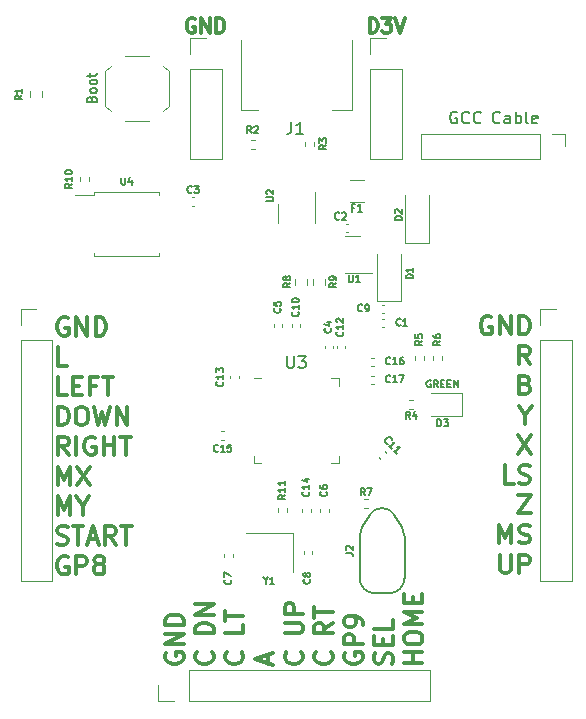
<source format=gbr>
%TF.GenerationSoftware,KiCad,Pcbnew,(7.0.0)*%
%TF.CreationDate,2023-03-20T16:27:41-06:00*%
%TF.ProjectId,OpenRectangleBreakout,4f70656e-5265-4637-9461-6e676c654272,rev?*%
%TF.SameCoordinates,Original*%
%TF.FileFunction,Legend,Top*%
%TF.FilePolarity,Positive*%
%FSLAX46Y46*%
G04 Gerber Fmt 4.6, Leading zero omitted, Abs format (unit mm)*
G04 Created by KiCad (PCBNEW (7.0.0)) date 2023-03-20 16:27:41*
%MOMM*%
%LPD*%
G01*
G04 APERTURE LIST*
%ADD10C,0.350000*%
%ADD11C,0.300000*%
%ADD12C,0.150000*%
%ADD13C,0.120000*%
%ADD14C,0.200000*%
G04 APERTURE END LIST*
D10*
X25628571Y-54707200D02*
X25480000Y-54632914D01*
X25480000Y-54632914D02*
X25257142Y-54632914D01*
X25257142Y-54632914D02*
X25034285Y-54707200D01*
X25034285Y-54707200D02*
X24885714Y-54855771D01*
X24885714Y-54855771D02*
X24811428Y-55004342D01*
X24811428Y-55004342D02*
X24737142Y-55301485D01*
X24737142Y-55301485D02*
X24737142Y-55524342D01*
X24737142Y-55524342D02*
X24811428Y-55821485D01*
X24811428Y-55821485D02*
X24885714Y-55970057D01*
X24885714Y-55970057D02*
X25034285Y-56118628D01*
X25034285Y-56118628D02*
X25257142Y-56192914D01*
X25257142Y-56192914D02*
X25405714Y-56192914D01*
X25405714Y-56192914D02*
X25628571Y-56118628D01*
X25628571Y-56118628D02*
X25702857Y-56044342D01*
X25702857Y-56044342D02*
X25702857Y-55524342D01*
X25702857Y-55524342D02*
X25405714Y-55524342D01*
X26371428Y-56192914D02*
X26371428Y-54632914D01*
X26371428Y-54632914D02*
X27262857Y-56192914D01*
X27262857Y-56192914D02*
X27262857Y-54632914D01*
X28005714Y-56192914D02*
X28005714Y-54632914D01*
X28005714Y-54632914D02*
X28377143Y-54632914D01*
X28377143Y-54632914D02*
X28600000Y-54707200D01*
X28600000Y-54707200D02*
X28748571Y-54855771D01*
X28748571Y-54855771D02*
X28822857Y-55004342D01*
X28822857Y-55004342D02*
X28897143Y-55301485D01*
X28897143Y-55301485D02*
X28897143Y-55524342D01*
X28897143Y-55524342D02*
X28822857Y-55821485D01*
X28822857Y-55821485D02*
X28748571Y-55970057D01*
X28748571Y-55970057D02*
X28600000Y-56118628D01*
X28600000Y-56118628D02*
X28377143Y-56192914D01*
X28377143Y-56192914D02*
X28005714Y-56192914D01*
X25554285Y-58720114D02*
X24811428Y-58720114D01*
X24811428Y-58720114D02*
X24811428Y-57160114D01*
X25554285Y-61247314D02*
X24811428Y-61247314D01*
X24811428Y-61247314D02*
X24811428Y-59687314D01*
X26074285Y-60430171D02*
X26594285Y-60430171D01*
X26817142Y-61247314D02*
X26074285Y-61247314D01*
X26074285Y-61247314D02*
X26074285Y-59687314D01*
X26074285Y-59687314D02*
X26817142Y-59687314D01*
X28005714Y-60430171D02*
X27485714Y-60430171D01*
X27485714Y-61247314D02*
X27485714Y-59687314D01*
X27485714Y-59687314D02*
X28228571Y-59687314D01*
X28600000Y-59687314D02*
X29491429Y-59687314D01*
X29045714Y-61247314D02*
X29045714Y-59687314D01*
X24811428Y-63774514D02*
X24811428Y-62214514D01*
X24811428Y-62214514D02*
X25182857Y-62214514D01*
X25182857Y-62214514D02*
X25405714Y-62288800D01*
X25405714Y-62288800D02*
X25554285Y-62437371D01*
X25554285Y-62437371D02*
X25628571Y-62585942D01*
X25628571Y-62585942D02*
X25702857Y-62883085D01*
X25702857Y-62883085D02*
X25702857Y-63105942D01*
X25702857Y-63105942D02*
X25628571Y-63403085D01*
X25628571Y-63403085D02*
X25554285Y-63551657D01*
X25554285Y-63551657D02*
X25405714Y-63700228D01*
X25405714Y-63700228D02*
X25182857Y-63774514D01*
X25182857Y-63774514D02*
X24811428Y-63774514D01*
X26668571Y-62214514D02*
X26965714Y-62214514D01*
X26965714Y-62214514D02*
X27114285Y-62288800D01*
X27114285Y-62288800D02*
X27262857Y-62437371D01*
X27262857Y-62437371D02*
X27337142Y-62734514D01*
X27337142Y-62734514D02*
X27337142Y-63254514D01*
X27337142Y-63254514D02*
X27262857Y-63551657D01*
X27262857Y-63551657D02*
X27114285Y-63700228D01*
X27114285Y-63700228D02*
X26965714Y-63774514D01*
X26965714Y-63774514D02*
X26668571Y-63774514D01*
X26668571Y-63774514D02*
X26520000Y-63700228D01*
X26520000Y-63700228D02*
X26371428Y-63551657D01*
X26371428Y-63551657D02*
X26297142Y-63254514D01*
X26297142Y-63254514D02*
X26297142Y-62734514D01*
X26297142Y-62734514D02*
X26371428Y-62437371D01*
X26371428Y-62437371D02*
X26520000Y-62288800D01*
X26520000Y-62288800D02*
X26668571Y-62214514D01*
X27857143Y-62214514D02*
X28228571Y-63774514D01*
X28228571Y-63774514D02*
X28525714Y-62660228D01*
X28525714Y-62660228D02*
X28822857Y-63774514D01*
X28822857Y-63774514D02*
X29194286Y-62214514D01*
X29788571Y-63774514D02*
X29788571Y-62214514D01*
X29788571Y-62214514D02*
X30680000Y-63774514D01*
X30680000Y-63774514D02*
X30680000Y-62214514D01*
X25702857Y-66301714D02*
X25182857Y-65558857D01*
X24811428Y-66301714D02*
X24811428Y-64741714D01*
X24811428Y-64741714D02*
X25405714Y-64741714D01*
X25405714Y-64741714D02*
X25554285Y-64816000D01*
X25554285Y-64816000D02*
X25628571Y-64890285D01*
X25628571Y-64890285D02*
X25702857Y-65038857D01*
X25702857Y-65038857D02*
X25702857Y-65261714D01*
X25702857Y-65261714D02*
X25628571Y-65410285D01*
X25628571Y-65410285D02*
X25554285Y-65484571D01*
X25554285Y-65484571D02*
X25405714Y-65558857D01*
X25405714Y-65558857D02*
X24811428Y-65558857D01*
X26371428Y-66301714D02*
X26371428Y-64741714D01*
X27931428Y-64816000D02*
X27782857Y-64741714D01*
X27782857Y-64741714D02*
X27559999Y-64741714D01*
X27559999Y-64741714D02*
X27337142Y-64816000D01*
X27337142Y-64816000D02*
X27188571Y-64964571D01*
X27188571Y-64964571D02*
X27114285Y-65113142D01*
X27114285Y-65113142D02*
X27039999Y-65410285D01*
X27039999Y-65410285D02*
X27039999Y-65633142D01*
X27039999Y-65633142D02*
X27114285Y-65930285D01*
X27114285Y-65930285D02*
X27188571Y-66078857D01*
X27188571Y-66078857D02*
X27337142Y-66227428D01*
X27337142Y-66227428D02*
X27559999Y-66301714D01*
X27559999Y-66301714D02*
X27708571Y-66301714D01*
X27708571Y-66301714D02*
X27931428Y-66227428D01*
X27931428Y-66227428D02*
X28005714Y-66153142D01*
X28005714Y-66153142D02*
X28005714Y-65633142D01*
X28005714Y-65633142D02*
X27708571Y-65633142D01*
X28674285Y-66301714D02*
X28674285Y-64741714D01*
X28674285Y-65484571D02*
X29565714Y-65484571D01*
X29565714Y-66301714D02*
X29565714Y-64741714D01*
X30085714Y-64741714D02*
X30977143Y-64741714D01*
X30531428Y-66301714D02*
X30531428Y-64741714D01*
X24811428Y-68828914D02*
X24811428Y-67268914D01*
X24811428Y-67268914D02*
X25331428Y-68383200D01*
X25331428Y-68383200D02*
X25851428Y-67268914D01*
X25851428Y-67268914D02*
X25851428Y-68828914D01*
X26445714Y-67268914D02*
X27485714Y-68828914D01*
X27485714Y-67268914D02*
X26445714Y-68828914D01*
X24811428Y-71356114D02*
X24811428Y-69796114D01*
X24811428Y-69796114D02*
X25331428Y-70910400D01*
X25331428Y-70910400D02*
X25851428Y-69796114D01*
X25851428Y-69796114D02*
X25851428Y-71356114D01*
X26891428Y-70613257D02*
X26891428Y-71356114D01*
X26371428Y-69796114D02*
X26891428Y-70613257D01*
X26891428Y-70613257D02*
X27411428Y-69796114D01*
X24737142Y-73809028D02*
X24960000Y-73883314D01*
X24960000Y-73883314D02*
X25331428Y-73883314D01*
X25331428Y-73883314D02*
X25480000Y-73809028D01*
X25480000Y-73809028D02*
X25554285Y-73734742D01*
X25554285Y-73734742D02*
X25628571Y-73586171D01*
X25628571Y-73586171D02*
X25628571Y-73437600D01*
X25628571Y-73437600D02*
X25554285Y-73289028D01*
X25554285Y-73289028D02*
X25480000Y-73214742D01*
X25480000Y-73214742D02*
X25331428Y-73140457D01*
X25331428Y-73140457D02*
X25034285Y-73066171D01*
X25034285Y-73066171D02*
X24885714Y-72991885D01*
X24885714Y-72991885D02*
X24811428Y-72917600D01*
X24811428Y-72917600D02*
X24737142Y-72769028D01*
X24737142Y-72769028D02*
X24737142Y-72620457D01*
X24737142Y-72620457D02*
X24811428Y-72471885D01*
X24811428Y-72471885D02*
X24885714Y-72397600D01*
X24885714Y-72397600D02*
X25034285Y-72323314D01*
X25034285Y-72323314D02*
X25405714Y-72323314D01*
X25405714Y-72323314D02*
X25628571Y-72397600D01*
X26074285Y-72323314D02*
X26965714Y-72323314D01*
X26519999Y-73883314D02*
X26519999Y-72323314D01*
X27411427Y-73437600D02*
X28154285Y-73437600D01*
X27262856Y-73883314D02*
X27782856Y-72323314D01*
X27782856Y-72323314D02*
X28302856Y-73883314D01*
X29714285Y-73883314D02*
X29194285Y-73140457D01*
X28822856Y-73883314D02*
X28822856Y-72323314D01*
X28822856Y-72323314D02*
X29417142Y-72323314D01*
X29417142Y-72323314D02*
X29565713Y-72397600D01*
X29565713Y-72397600D02*
X29639999Y-72471885D01*
X29639999Y-72471885D02*
X29714285Y-72620457D01*
X29714285Y-72620457D02*
X29714285Y-72843314D01*
X29714285Y-72843314D02*
X29639999Y-72991885D01*
X29639999Y-72991885D02*
X29565713Y-73066171D01*
X29565713Y-73066171D02*
X29417142Y-73140457D01*
X29417142Y-73140457D02*
X28822856Y-73140457D01*
X30159999Y-72323314D02*
X31051428Y-72323314D01*
X30605713Y-73883314D02*
X30605713Y-72323314D01*
X25628571Y-74924800D02*
X25480000Y-74850514D01*
X25480000Y-74850514D02*
X25257142Y-74850514D01*
X25257142Y-74850514D02*
X25034285Y-74924800D01*
X25034285Y-74924800D02*
X24885714Y-75073371D01*
X24885714Y-75073371D02*
X24811428Y-75221942D01*
X24811428Y-75221942D02*
X24737142Y-75519085D01*
X24737142Y-75519085D02*
X24737142Y-75741942D01*
X24737142Y-75741942D02*
X24811428Y-76039085D01*
X24811428Y-76039085D02*
X24885714Y-76187657D01*
X24885714Y-76187657D02*
X25034285Y-76336228D01*
X25034285Y-76336228D02*
X25257142Y-76410514D01*
X25257142Y-76410514D02*
X25405714Y-76410514D01*
X25405714Y-76410514D02*
X25628571Y-76336228D01*
X25628571Y-76336228D02*
X25702857Y-76261942D01*
X25702857Y-76261942D02*
X25702857Y-75741942D01*
X25702857Y-75741942D02*
X25405714Y-75741942D01*
X26371428Y-76410514D02*
X26371428Y-74850514D01*
X26371428Y-74850514D02*
X26965714Y-74850514D01*
X26965714Y-74850514D02*
X27114285Y-74924800D01*
X27114285Y-74924800D02*
X27188571Y-74999085D01*
X27188571Y-74999085D02*
X27262857Y-75147657D01*
X27262857Y-75147657D02*
X27262857Y-75370514D01*
X27262857Y-75370514D02*
X27188571Y-75519085D01*
X27188571Y-75519085D02*
X27114285Y-75593371D01*
X27114285Y-75593371D02*
X26965714Y-75667657D01*
X26965714Y-75667657D02*
X26371428Y-75667657D01*
X28154285Y-75519085D02*
X28005714Y-75444800D01*
X28005714Y-75444800D02*
X27931428Y-75370514D01*
X27931428Y-75370514D02*
X27857142Y-75221942D01*
X27857142Y-75221942D02*
X27857142Y-75147657D01*
X27857142Y-75147657D02*
X27931428Y-74999085D01*
X27931428Y-74999085D02*
X28005714Y-74924800D01*
X28005714Y-74924800D02*
X28154285Y-74850514D01*
X28154285Y-74850514D02*
X28451428Y-74850514D01*
X28451428Y-74850514D02*
X28600000Y-74924800D01*
X28600000Y-74924800D02*
X28674285Y-74999085D01*
X28674285Y-74999085D02*
X28748571Y-75147657D01*
X28748571Y-75147657D02*
X28748571Y-75221942D01*
X28748571Y-75221942D02*
X28674285Y-75370514D01*
X28674285Y-75370514D02*
X28600000Y-75444800D01*
X28600000Y-75444800D02*
X28451428Y-75519085D01*
X28451428Y-75519085D02*
X28154285Y-75519085D01*
X28154285Y-75519085D02*
X28005714Y-75593371D01*
X28005714Y-75593371D02*
X27931428Y-75667657D01*
X27931428Y-75667657D02*
X27857142Y-75816228D01*
X27857142Y-75816228D02*
X27857142Y-76113371D01*
X27857142Y-76113371D02*
X27931428Y-76261942D01*
X27931428Y-76261942D02*
X28005714Y-76336228D01*
X28005714Y-76336228D02*
X28154285Y-76410514D01*
X28154285Y-76410514D02*
X28451428Y-76410514D01*
X28451428Y-76410514D02*
X28600000Y-76336228D01*
X28600000Y-76336228D02*
X28674285Y-76261942D01*
X28674285Y-76261942D02*
X28748571Y-76113371D01*
X28748571Y-76113371D02*
X28748571Y-75816228D01*
X28748571Y-75816228D02*
X28674285Y-75667657D01*
X28674285Y-75667657D02*
X28600000Y-75593371D01*
X28600000Y-75593371D02*
X28451428Y-75519085D01*
X33967200Y-83071428D02*
X33892914Y-83220000D01*
X33892914Y-83220000D02*
X33892914Y-83442857D01*
X33892914Y-83442857D02*
X33967200Y-83665714D01*
X33967200Y-83665714D02*
X34115771Y-83814285D01*
X34115771Y-83814285D02*
X34264342Y-83888571D01*
X34264342Y-83888571D02*
X34561485Y-83962857D01*
X34561485Y-83962857D02*
X34784342Y-83962857D01*
X34784342Y-83962857D02*
X35081485Y-83888571D01*
X35081485Y-83888571D02*
X35230057Y-83814285D01*
X35230057Y-83814285D02*
X35378628Y-83665714D01*
X35378628Y-83665714D02*
X35452914Y-83442857D01*
X35452914Y-83442857D02*
X35452914Y-83294285D01*
X35452914Y-83294285D02*
X35378628Y-83071428D01*
X35378628Y-83071428D02*
X35304342Y-82997142D01*
X35304342Y-82997142D02*
X34784342Y-82997142D01*
X34784342Y-82997142D02*
X34784342Y-83294285D01*
X35452914Y-82328571D02*
X33892914Y-82328571D01*
X33892914Y-82328571D02*
X35452914Y-81437142D01*
X35452914Y-81437142D02*
X33892914Y-81437142D01*
X35452914Y-80694285D02*
X33892914Y-80694285D01*
X33892914Y-80694285D02*
X33892914Y-80322856D01*
X33892914Y-80322856D02*
X33967200Y-80099999D01*
X33967200Y-80099999D02*
X34115771Y-79951428D01*
X34115771Y-79951428D02*
X34264342Y-79877142D01*
X34264342Y-79877142D02*
X34561485Y-79802856D01*
X34561485Y-79802856D02*
X34784342Y-79802856D01*
X34784342Y-79802856D02*
X35081485Y-79877142D01*
X35081485Y-79877142D02*
X35230057Y-79951428D01*
X35230057Y-79951428D02*
X35378628Y-80099999D01*
X35378628Y-80099999D02*
X35452914Y-80322856D01*
X35452914Y-80322856D02*
X35452914Y-80694285D01*
X37831542Y-82997142D02*
X37905828Y-83071428D01*
X37905828Y-83071428D02*
X37980114Y-83294285D01*
X37980114Y-83294285D02*
X37980114Y-83442857D01*
X37980114Y-83442857D02*
X37905828Y-83665714D01*
X37905828Y-83665714D02*
X37757257Y-83814285D01*
X37757257Y-83814285D02*
X37608685Y-83888571D01*
X37608685Y-83888571D02*
X37311542Y-83962857D01*
X37311542Y-83962857D02*
X37088685Y-83962857D01*
X37088685Y-83962857D02*
X36791542Y-83888571D01*
X36791542Y-83888571D02*
X36642971Y-83814285D01*
X36642971Y-83814285D02*
X36494400Y-83665714D01*
X36494400Y-83665714D02*
X36420114Y-83442857D01*
X36420114Y-83442857D02*
X36420114Y-83294285D01*
X36420114Y-83294285D02*
X36494400Y-83071428D01*
X36494400Y-83071428D02*
X36568685Y-82997142D01*
X37980114Y-81392571D02*
X36420114Y-81392571D01*
X36420114Y-81392571D02*
X36420114Y-81021142D01*
X36420114Y-81021142D02*
X36494400Y-80798285D01*
X36494400Y-80798285D02*
X36642971Y-80649714D01*
X36642971Y-80649714D02*
X36791542Y-80575428D01*
X36791542Y-80575428D02*
X37088685Y-80501142D01*
X37088685Y-80501142D02*
X37311542Y-80501142D01*
X37311542Y-80501142D02*
X37608685Y-80575428D01*
X37608685Y-80575428D02*
X37757257Y-80649714D01*
X37757257Y-80649714D02*
X37905828Y-80798285D01*
X37905828Y-80798285D02*
X37980114Y-81021142D01*
X37980114Y-81021142D02*
X37980114Y-81392571D01*
X37980114Y-79832571D02*
X36420114Y-79832571D01*
X36420114Y-79832571D02*
X37980114Y-78941142D01*
X37980114Y-78941142D02*
X36420114Y-78941142D01*
X40358742Y-82997142D02*
X40433028Y-83071428D01*
X40433028Y-83071428D02*
X40507314Y-83294285D01*
X40507314Y-83294285D02*
X40507314Y-83442857D01*
X40507314Y-83442857D02*
X40433028Y-83665714D01*
X40433028Y-83665714D02*
X40284457Y-83814285D01*
X40284457Y-83814285D02*
X40135885Y-83888571D01*
X40135885Y-83888571D02*
X39838742Y-83962857D01*
X39838742Y-83962857D02*
X39615885Y-83962857D01*
X39615885Y-83962857D02*
X39318742Y-83888571D01*
X39318742Y-83888571D02*
X39170171Y-83814285D01*
X39170171Y-83814285D02*
X39021600Y-83665714D01*
X39021600Y-83665714D02*
X38947314Y-83442857D01*
X38947314Y-83442857D02*
X38947314Y-83294285D01*
X38947314Y-83294285D02*
X39021600Y-83071428D01*
X39021600Y-83071428D02*
X39095885Y-82997142D01*
X40507314Y-80649714D02*
X40507314Y-81392571D01*
X40507314Y-81392571D02*
X38947314Y-81392571D01*
X38947314Y-80352571D02*
X38947314Y-79461143D01*
X40507314Y-79906857D02*
X38947314Y-79906857D01*
X42588800Y-83962857D02*
X42588800Y-83220000D01*
X43034514Y-84111428D02*
X41474514Y-83591428D01*
X41474514Y-83591428D02*
X43034514Y-83071428D01*
X45413142Y-82997142D02*
X45487428Y-83071428D01*
X45487428Y-83071428D02*
X45561714Y-83294285D01*
X45561714Y-83294285D02*
X45561714Y-83442857D01*
X45561714Y-83442857D02*
X45487428Y-83665714D01*
X45487428Y-83665714D02*
X45338857Y-83814285D01*
X45338857Y-83814285D02*
X45190285Y-83888571D01*
X45190285Y-83888571D02*
X44893142Y-83962857D01*
X44893142Y-83962857D02*
X44670285Y-83962857D01*
X44670285Y-83962857D02*
X44373142Y-83888571D01*
X44373142Y-83888571D02*
X44224571Y-83814285D01*
X44224571Y-83814285D02*
X44076000Y-83665714D01*
X44076000Y-83665714D02*
X44001714Y-83442857D01*
X44001714Y-83442857D02*
X44001714Y-83294285D01*
X44001714Y-83294285D02*
X44076000Y-83071428D01*
X44076000Y-83071428D02*
X44150285Y-82997142D01*
X44001714Y-81392571D02*
X45264571Y-81392571D01*
X45264571Y-81392571D02*
X45413142Y-81318285D01*
X45413142Y-81318285D02*
X45487428Y-81244000D01*
X45487428Y-81244000D02*
X45561714Y-81095428D01*
X45561714Y-81095428D02*
X45561714Y-80798285D01*
X45561714Y-80798285D02*
X45487428Y-80649714D01*
X45487428Y-80649714D02*
X45413142Y-80575428D01*
X45413142Y-80575428D02*
X45264571Y-80501142D01*
X45264571Y-80501142D02*
X44001714Y-80501142D01*
X45561714Y-79758285D02*
X44001714Y-79758285D01*
X44001714Y-79758285D02*
X44001714Y-79163999D01*
X44001714Y-79163999D02*
X44076000Y-79015428D01*
X44076000Y-79015428D02*
X44150285Y-78941142D01*
X44150285Y-78941142D02*
X44298857Y-78866856D01*
X44298857Y-78866856D02*
X44521714Y-78866856D01*
X44521714Y-78866856D02*
X44670285Y-78941142D01*
X44670285Y-78941142D02*
X44744571Y-79015428D01*
X44744571Y-79015428D02*
X44818857Y-79163999D01*
X44818857Y-79163999D02*
X44818857Y-79758285D01*
X47940342Y-82997142D02*
X48014628Y-83071428D01*
X48014628Y-83071428D02*
X48088914Y-83294285D01*
X48088914Y-83294285D02*
X48088914Y-83442857D01*
X48088914Y-83442857D02*
X48014628Y-83665714D01*
X48014628Y-83665714D02*
X47866057Y-83814285D01*
X47866057Y-83814285D02*
X47717485Y-83888571D01*
X47717485Y-83888571D02*
X47420342Y-83962857D01*
X47420342Y-83962857D02*
X47197485Y-83962857D01*
X47197485Y-83962857D02*
X46900342Y-83888571D01*
X46900342Y-83888571D02*
X46751771Y-83814285D01*
X46751771Y-83814285D02*
X46603200Y-83665714D01*
X46603200Y-83665714D02*
X46528914Y-83442857D01*
X46528914Y-83442857D02*
X46528914Y-83294285D01*
X46528914Y-83294285D02*
X46603200Y-83071428D01*
X46603200Y-83071428D02*
X46677485Y-82997142D01*
X48088914Y-80501142D02*
X47346057Y-81021142D01*
X48088914Y-81392571D02*
X46528914Y-81392571D01*
X46528914Y-81392571D02*
X46528914Y-80798285D01*
X46528914Y-80798285D02*
X46603200Y-80649714D01*
X46603200Y-80649714D02*
X46677485Y-80575428D01*
X46677485Y-80575428D02*
X46826057Y-80501142D01*
X46826057Y-80501142D02*
X47048914Y-80501142D01*
X47048914Y-80501142D02*
X47197485Y-80575428D01*
X47197485Y-80575428D02*
X47271771Y-80649714D01*
X47271771Y-80649714D02*
X47346057Y-80798285D01*
X47346057Y-80798285D02*
X47346057Y-81392571D01*
X46528914Y-80055428D02*
X46528914Y-79164000D01*
X48088914Y-79609714D02*
X46528914Y-79609714D01*
X49130400Y-83071428D02*
X49056114Y-83220000D01*
X49056114Y-83220000D02*
X49056114Y-83442857D01*
X49056114Y-83442857D02*
X49130400Y-83665714D01*
X49130400Y-83665714D02*
X49278971Y-83814285D01*
X49278971Y-83814285D02*
X49427542Y-83888571D01*
X49427542Y-83888571D02*
X49724685Y-83962857D01*
X49724685Y-83962857D02*
X49947542Y-83962857D01*
X49947542Y-83962857D02*
X50244685Y-83888571D01*
X50244685Y-83888571D02*
X50393257Y-83814285D01*
X50393257Y-83814285D02*
X50541828Y-83665714D01*
X50541828Y-83665714D02*
X50616114Y-83442857D01*
X50616114Y-83442857D02*
X50616114Y-83294285D01*
X50616114Y-83294285D02*
X50541828Y-83071428D01*
X50541828Y-83071428D02*
X50467542Y-82997142D01*
X50467542Y-82997142D02*
X49947542Y-82997142D01*
X49947542Y-82997142D02*
X49947542Y-83294285D01*
X50616114Y-82328571D02*
X49056114Y-82328571D01*
X49056114Y-82328571D02*
X49056114Y-81734285D01*
X49056114Y-81734285D02*
X49130400Y-81585714D01*
X49130400Y-81585714D02*
X49204685Y-81511428D01*
X49204685Y-81511428D02*
X49353257Y-81437142D01*
X49353257Y-81437142D02*
X49576114Y-81437142D01*
X49576114Y-81437142D02*
X49724685Y-81511428D01*
X49724685Y-81511428D02*
X49798971Y-81585714D01*
X49798971Y-81585714D02*
X49873257Y-81734285D01*
X49873257Y-81734285D02*
X49873257Y-82328571D01*
X50616114Y-80694285D02*
X50616114Y-80397142D01*
X50616114Y-80397142D02*
X50541828Y-80248571D01*
X50541828Y-80248571D02*
X50467542Y-80174285D01*
X50467542Y-80174285D02*
X50244685Y-80025714D01*
X50244685Y-80025714D02*
X49947542Y-79951428D01*
X49947542Y-79951428D02*
X49353257Y-79951428D01*
X49353257Y-79951428D02*
X49204685Y-80025714D01*
X49204685Y-80025714D02*
X49130400Y-80100000D01*
X49130400Y-80100000D02*
X49056114Y-80248571D01*
X49056114Y-80248571D02*
X49056114Y-80545714D01*
X49056114Y-80545714D02*
X49130400Y-80694285D01*
X49130400Y-80694285D02*
X49204685Y-80768571D01*
X49204685Y-80768571D02*
X49353257Y-80842857D01*
X49353257Y-80842857D02*
X49724685Y-80842857D01*
X49724685Y-80842857D02*
X49873257Y-80768571D01*
X49873257Y-80768571D02*
X49947542Y-80694285D01*
X49947542Y-80694285D02*
X50021828Y-80545714D01*
X50021828Y-80545714D02*
X50021828Y-80248571D01*
X50021828Y-80248571D02*
X49947542Y-80100000D01*
X49947542Y-80100000D02*
X49873257Y-80025714D01*
X49873257Y-80025714D02*
X49724685Y-79951428D01*
X53069028Y-83962857D02*
X53143314Y-83740000D01*
X53143314Y-83740000D02*
X53143314Y-83368571D01*
X53143314Y-83368571D02*
X53069028Y-83220000D01*
X53069028Y-83220000D02*
X52994742Y-83145714D01*
X52994742Y-83145714D02*
X52846171Y-83071428D01*
X52846171Y-83071428D02*
X52697600Y-83071428D01*
X52697600Y-83071428D02*
X52549028Y-83145714D01*
X52549028Y-83145714D02*
X52474742Y-83220000D01*
X52474742Y-83220000D02*
X52400457Y-83368571D01*
X52400457Y-83368571D02*
X52326171Y-83665714D01*
X52326171Y-83665714D02*
X52251885Y-83814285D01*
X52251885Y-83814285D02*
X52177600Y-83888571D01*
X52177600Y-83888571D02*
X52029028Y-83962857D01*
X52029028Y-83962857D02*
X51880457Y-83962857D01*
X51880457Y-83962857D02*
X51731885Y-83888571D01*
X51731885Y-83888571D02*
X51657600Y-83814285D01*
X51657600Y-83814285D02*
X51583314Y-83665714D01*
X51583314Y-83665714D02*
X51583314Y-83294285D01*
X51583314Y-83294285D02*
X51657600Y-83071428D01*
X52326171Y-82402857D02*
X52326171Y-81882857D01*
X53143314Y-81660000D02*
X53143314Y-82402857D01*
X53143314Y-82402857D02*
X51583314Y-82402857D01*
X51583314Y-82402857D02*
X51583314Y-81660000D01*
X53143314Y-80248571D02*
X53143314Y-80991428D01*
X53143314Y-80991428D02*
X51583314Y-80991428D01*
X55670514Y-83888571D02*
X54110514Y-83888571D01*
X54853371Y-83888571D02*
X54853371Y-82997142D01*
X55670514Y-82997142D02*
X54110514Y-82997142D01*
X54110514Y-81957142D02*
X54110514Y-81659999D01*
X54110514Y-81659999D02*
X54184800Y-81511428D01*
X54184800Y-81511428D02*
X54333371Y-81362856D01*
X54333371Y-81362856D02*
X54630514Y-81288571D01*
X54630514Y-81288571D02*
X55150514Y-81288571D01*
X55150514Y-81288571D02*
X55447657Y-81362856D01*
X55447657Y-81362856D02*
X55596228Y-81511428D01*
X55596228Y-81511428D02*
X55670514Y-81659999D01*
X55670514Y-81659999D02*
X55670514Y-81957142D01*
X55670514Y-81957142D02*
X55596228Y-82105714D01*
X55596228Y-82105714D02*
X55447657Y-82254285D01*
X55447657Y-82254285D02*
X55150514Y-82328571D01*
X55150514Y-82328571D02*
X54630514Y-82328571D01*
X54630514Y-82328571D02*
X54333371Y-82254285D01*
X54333371Y-82254285D02*
X54184800Y-82105714D01*
X54184800Y-82105714D02*
X54110514Y-81957142D01*
X55670514Y-80619999D02*
X54110514Y-80619999D01*
X54110514Y-80619999D02*
X55224800Y-80099999D01*
X55224800Y-80099999D02*
X54110514Y-79579999D01*
X54110514Y-79579999D02*
X55670514Y-79579999D01*
X54853371Y-78837142D02*
X54853371Y-78317142D01*
X55670514Y-78094285D02*
X55670514Y-78837142D01*
X55670514Y-78837142D02*
X54110514Y-78837142D01*
X54110514Y-78837142D02*
X54110514Y-78094285D01*
D11*
X51195714Y-30528857D02*
X51195714Y-29328857D01*
X51195714Y-29328857D02*
X51481428Y-29328857D01*
X51481428Y-29328857D02*
X51652857Y-29386000D01*
X51652857Y-29386000D02*
X51767142Y-29500285D01*
X51767142Y-29500285D02*
X51824285Y-29614571D01*
X51824285Y-29614571D02*
X51881428Y-29843142D01*
X51881428Y-29843142D02*
X51881428Y-30014571D01*
X51881428Y-30014571D02*
X51824285Y-30243142D01*
X51824285Y-30243142D02*
X51767142Y-30357428D01*
X51767142Y-30357428D02*
X51652857Y-30471714D01*
X51652857Y-30471714D02*
X51481428Y-30528857D01*
X51481428Y-30528857D02*
X51195714Y-30528857D01*
X52281428Y-29328857D02*
X53024285Y-29328857D01*
X53024285Y-29328857D02*
X52624285Y-29786000D01*
X52624285Y-29786000D02*
X52795714Y-29786000D01*
X52795714Y-29786000D02*
X52910000Y-29843142D01*
X52910000Y-29843142D02*
X52967142Y-29900285D01*
X52967142Y-29900285D02*
X53024285Y-30014571D01*
X53024285Y-30014571D02*
X53024285Y-30300285D01*
X53024285Y-30300285D02*
X52967142Y-30414571D01*
X52967142Y-30414571D02*
X52910000Y-30471714D01*
X52910000Y-30471714D02*
X52795714Y-30528857D01*
X52795714Y-30528857D02*
X52452857Y-30528857D01*
X52452857Y-30528857D02*
X52338571Y-30471714D01*
X52338571Y-30471714D02*
X52281428Y-30414571D01*
X53367142Y-29328857D02*
X53767142Y-30528857D01*
X53767142Y-30528857D02*
X54167142Y-29328857D01*
X36384285Y-29386000D02*
X36270000Y-29328857D01*
X36270000Y-29328857D02*
X36098571Y-29328857D01*
X36098571Y-29328857D02*
X35927142Y-29386000D01*
X35927142Y-29386000D02*
X35812857Y-29500285D01*
X35812857Y-29500285D02*
X35755714Y-29614571D01*
X35755714Y-29614571D02*
X35698571Y-29843142D01*
X35698571Y-29843142D02*
X35698571Y-30014571D01*
X35698571Y-30014571D02*
X35755714Y-30243142D01*
X35755714Y-30243142D02*
X35812857Y-30357428D01*
X35812857Y-30357428D02*
X35927142Y-30471714D01*
X35927142Y-30471714D02*
X36098571Y-30528857D01*
X36098571Y-30528857D02*
X36212857Y-30528857D01*
X36212857Y-30528857D02*
X36384285Y-30471714D01*
X36384285Y-30471714D02*
X36441428Y-30414571D01*
X36441428Y-30414571D02*
X36441428Y-30014571D01*
X36441428Y-30014571D02*
X36212857Y-30014571D01*
X36955714Y-30528857D02*
X36955714Y-29328857D01*
X36955714Y-29328857D02*
X37641428Y-30528857D01*
X37641428Y-30528857D02*
X37641428Y-29328857D01*
X38212857Y-30528857D02*
X38212857Y-29328857D01*
X38212857Y-29328857D02*
X38498571Y-29328857D01*
X38498571Y-29328857D02*
X38670000Y-29386000D01*
X38670000Y-29386000D02*
X38784285Y-29500285D01*
X38784285Y-29500285D02*
X38841428Y-29614571D01*
X38841428Y-29614571D02*
X38898571Y-29843142D01*
X38898571Y-29843142D02*
X38898571Y-30014571D01*
X38898571Y-30014571D02*
X38841428Y-30243142D01*
X38841428Y-30243142D02*
X38784285Y-30357428D01*
X38784285Y-30357428D02*
X38670000Y-30471714D01*
X38670000Y-30471714D02*
X38498571Y-30528857D01*
X38498571Y-30528857D02*
X38212857Y-30528857D01*
D10*
X61494285Y-54597200D02*
X61345714Y-54522914D01*
X61345714Y-54522914D02*
X61122856Y-54522914D01*
X61122856Y-54522914D02*
X60899999Y-54597200D01*
X60899999Y-54597200D02*
X60751428Y-54745771D01*
X60751428Y-54745771D02*
X60677142Y-54894342D01*
X60677142Y-54894342D02*
X60602856Y-55191485D01*
X60602856Y-55191485D02*
X60602856Y-55414342D01*
X60602856Y-55414342D02*
X60677142Y-55711485D01*
X60677142Y-55711485D02*
X60751428Y-55860057D01*
X60751428Y-55860057D02*
X60899999Y-56008628D01*
X60899999Y-56008628D02*
X61122856Y-56082914D01*
X61122856Y-56082914D02*
X61271428Y-56082914D01*
X61271428Y-56082914D02*
X61494285Y-56008628D01*
X61494285Y-56008628D02*
X61568571Y-55934342D01*
X61568571Y-55934342D02*
X61568571Y-55414342D01*
X61568571Y-55414342D02*
X61271428Y-55414342D01*
X62237142Y-56082914D02*
X62237142Y-54522914D01*
X62237142Y-54522914D02*
X63128571Y-56082914D01*
X63128571Y-56082914D02*
X63128571Y-54522914D01*
X63871428Y-56082914D02*
X63871428Y-54522914D01*
X63871428Y-54522914D02*
X64242857Y-54522914D01*
X64242857Y-54522914D02*
X64465714Y-54597200D01*
X64465714Y-54597200D02*
X64614285Y-54745771D01*
X64614285Y-54745771D02*
X64688571Y-54894342D01*
X64688571Y-54894342D02*
X64762857Y-55191485D01*
X64762857Y-55191485D02*
X64762857Y-55414342D01*
X64762857Y-55414342D02*
X64688571Y-55711485D01*
X64688571Y-55711485D02*
X64614285Y-55860057D01*
X64614285Y-55860057D02*
X64465714Y-56008628D01*
X64465714Y-56008628D02*
X64242857Y-56082914D01*
X64242857Y-56082914D02*
X63871428Y-56082914D01*
X64762857Y-58610114D02*
X64242857Y-57867257D01*
X63871428Y-58610114D02*
X63871428Y-57050114D01*
X63871428Y-57050114D02*
X64465714Y-57050114D01*
X64465714Y-57050114D02*
X64614285Y-57124400D01*
X64614285Y-57124400D02*
X64688571Y-57198685D01*
X64688571Y-57198685D02*
X64762857Y-57347257D01*
X64762857Y-57347257D02*
X64762857Y-57570114D01*
X64762857Y-57570114D02*
X64688571Y-57718685D01*
X64688571Y-57718685D02*
X64614285Y-57792971D01*
X64614285Y-57792971D02*
X64465714Y-57867257D01*
X64465714Y-57867257D02*
X63871428Y-57867257D01*
X64391428Y-60320171D02*
X64614285Y-60394457D01*
X64614285Y-60394457D02*
X64688571Y-60468742D01*
X64688571Y-60468742D02*
X64762857Y-60617314D01*
X64762857Y-60617314D02*
X64762857Y-60840171D01*
X64762857Y-60840171D02*
X64688571Y-60988742D01*
X64688571Y-60988742D02*
X64614285Y-61063028D01*
X64614285Y-61063028D02*
X64465714Y-61137314D01*
X64465714Y-61137314D02*
X63871428Y-61137314D01*
X63871428Y-61137314D02*
X63871428Y-59577314D01*
X63871428Y-59577314D02*
X64391428Y-59577314D01*
X64391428Y-59577314D02*
X64540000Y-59651600D01*
X64540000Y-59651600D02*
X64614285Y-59725885D01*
X64614285Y-59725885D02*
X64688571Y-59874457D01*
X64688571Y-59874457D02*
X64688571Y-60023028D01*
X64688571Y-60023028D02*
X64614285Y-60171600D01*
X64614285Y-60171600D02*
X64540000Y-60245885D01*
X64540000Y-60245885D02*
X64391428Y-60320171D01*
X64391428Y-60320171D02*
X63871428Y-60320171D01*
X64391428Y-62921657D02*
X64391428Y-63664514D01*
X63871428Y-62104514D02*
X64391428Y-62921657D01*
X64391428Y-62921657D02*
X64911428Y-62104514D01*
X63797143Y-64631714D02*
X64837143Y-66191714D01*
X64837143Y-64631714D02*
X63797143Y-66191714D01*
X63425714Y-68718914D02*
X62682857Y-68718914D01*
X62682857Y-68718914D02*
X62682857Y-67158914D01*
X63871428Y-68644628D02*
X64094286Y-68718914D01*
X64094286Y-68718914D02*
X64465714Y-68718914D01*
X64465714Y-68718914D02*
X64614286Y-68644628D01*
X64614286Y-68644628D02*
X64688571Y-68570342D01*
X64688571Y-68570342D02*
X64762857Y-68421771D01*
X64762857Y-68421771D02*
X64762857Y-68273200D01*
X64762857Y-68273200D02*
X64688571Y-68124628D01*
X64688571Y-68124628D02*
X64614286Y-68050342D01*
X64614286Y-68050342D02*
X64465714Y-67976057D01*
X64465714Y-67976057D02*
X64168571Y-67901771D01*
X64168571Y-67901771D02*
X64020000Y-67827485D01*
X64020000Y-67827485D02*
X63945714Y-67753200D01*
X63945714Y-67753200D02*
X63871428Y-67604628D01*
X63871428Y-67604628D02*
X63871428Y-67456057D01*
X63871428Y-67456057D02*
X63945714Y-67307485D01*
X63945714Y-67307485D02*
X64020000Y-67233200D01*
X64020000Y-67233200D02*
X64168571Y-67158914D01*
X64168571Y-67158914D02*
X64540000Y-67158914D01*
X64540000Y-67158914D02*
X64762857Y-67233200D01*
X63797143Y-69686114D02*
X64837143Y-69686114D01*
X64837143Y-69686114D02*
X63797143Y-71246114D01*
X63797143Y-71246114D02*
X64837143Y-71246114D01*
X62162857Y-73773314D02*
X62162857Y-72213314D01*
X62162857Y-72213314D02*
X62682857Y-73327600D01*
X62682857Y-73327600D02*
X63202857Y-72213314D01*
X63202857Y-72213314D02*
X63202857Y-73773314D01*
X63871428Y-73699028D02*
X64094286Y-73773314D01*
X64094286Y-73773314D02*
X64465714Y-73773314D01*
X64465714Y-73773314D02*
X64614286Y-73699028D01*
X64614286Y-73699028D02*
X64688571Y-73624742D01*
X64688571Y-73624742D02*
X64762857Y-73476171D01*
X64762857Y-73476171D02*
X64762857Y-73327600D01*
X64762857Y-73327600D02*
X64688571Y-73179028D01*
X64688571Y-73179028D02*
X64614286Y-73104742D01*
X64614286Y-73104742D02*
X64465714Y-73030457D01*
X64465714Y-73030457D02*
X64168571Y-72956171D01*
X64168571Y-72956171D02*
X64020000Y-72881885D01*
X64020000Y-72881885D02*
X63945714Y-72807600D01*
X63945714Y-72807600D02*
X63871428Y-72659028D01*
X63871428Y-72659028D02*
X63871428Y-72510457D01*
X63871428Y-72510457D02*
X63945714Y-72361885D01*
X63945714Y-72361885D02*
X64020000Y-72287600D01*
X64020000Y-72287600D02*
X64168571Y-72213314D01*
X64168571Y-72213314D02*
X64540000Y-72213314D01*
X64540000Y-72213314D02*
X64762857Y-72287600D01*
X62237142Y-74740514D02*
X62237142Y-76003371D01*
X62237142Y-76003371D02*
X62311428Y-76151942D01*
X62311428Y-76151942D02*
X62385714Y-76226228D01*
X62385714Y-76226228D02*
X62534285Y-76300514D01*
X62534285Y-76300514D02*
X62831428Y-76300514D01*
X62831428Y-76300514D02*
X62979999Y-76226228D01*
X62979999Y-76226228D02*
X63054285Y-76151942D01*
X63054285Y-76151942D02*
X63128571Y-76003371D01*
X63128571Y-76003371D02*
X63128571Y-74740514D01*
X63871428Y-76300514D02*
X63871428Y-74740514D01*
X63871428Y-74740514D02*
X64465714Y-74740514D01*
X64465714Y-74740514D02*
X64614285Y-74814800D01*
X64614285Y-74814800D02*
X64688571Y-74889085D01*
X64688571Y-74889085D02*
X64762857Y-75037657D01*
X64762857Y-75037657D02*
X64762857Y-75260514D01*
X64762857Y-75260514D02*
X64688571Y-75409085D01*
X64688571Y-75409085D02*
X64614285Y-75483371D01*
X64614285Y-75483371D02*
X64465714Y-75557657D01*
X64465714Y-75557657D02*
X63871428Y-75557657D01*
D12*
%TO.C,R6*%
X57190428Y-56629999D02*
X56904714Y-56829999D01*
X57190428Y-56972856D02*
X56590428Y-56972856D01*
X56590428Y-56972856D02*
X56590428Y-56744285D01*
X56590428Y-56744285D02*
X56619000Y-56687142D01*
X56619000Y-56687142D02*
X56647571Y-56658571D01*
X56647571Y-56658571D02*
X56704714Y-56629999D01*
X56704714Y-56629999D02*
X56790428Y-56629999D01*
X56790428Y-56629999D02*
X56847571Y-56658571D01*
X56847571Y-56658571D02*
X56876142Y-56687142D01*
X56876142Y-56687142D02*
X56904714Y-56744285D01*
X56904714Y-56744285D02*
X56904714Y-56972856D01*
X56590428Y-56115714D02*
X56590428Y-56229999D01*
X56590428Y-56229999D02*
X56619000Y-56287142D01*
X56619000Y-56287142D02*
X56647571Y-56315714D01*
X56647571Y-56315714D02*
X56733285Y-56372856D01*
X56733285Y-56372856D02*
X56847571Y-56401428D01*
X56847571Y-56401428D02*
X57076142Y-56401428D01*
X57076142Y-56401428D02*
X57133285Y-56372856D01*
X57133285Y-56372856D02*
X57161857Y-56344285D01*
X57161857Y-56344285D02*
X57190428Y-56287142D01*
X57190428Y-56287142D02*
X57190428Y-56172856D01*
X57190428Y-56172856D02*
X57161857Y-56115714D01*
X57161857Y-56115714D02*
X57133285Y-56087142D01*
X57133285Y-56087142D02*
X57076142Y-56058571D01*
X57076142Y-56058571D02*
X56933285Y-56058571D01*
X56933285Y-56058571D02*
X56876142Y-56087142D01*
X56876142Y-56087142D02*
X56847571Y-56115714D01*
X56847571Y-56115714D02*
X56819000Y-56172856D01*
X56819000Y-56172856D02*
X56819000Y-56287142D01*
X56819000Y-56287142D02*
X56847571Y-56344285D01*
X56847571Y-56344285D02*
X56876142Y-56372856D01*
X56876142Y-56372856D02*
X56933285Y-56401428D01*
%TO.C,C7*%
X39429753Y-76839806D02*
X39458325Y-76868378D01*
X39458325Y-76868378D02*
X39486896Y-76954092D01*
X39486896Y-76954092D02*
X39486896Y-77011235D01*
X39486896Y-77011235D02*
X39458325Y-77096949D01*
X39458325Y-77096949D02*
X39401182Y-77154092D01*
X39401182Y-77154092D02*
X39344039Y-77182663D01*
X39344039Y-77182663D02*
X39229753Y-77211235D01*
X39229753Y-77211235D02*
X39144039Y-77211235D01*
X39144039Y-77211235D02*
X39029753Y-77182663D01*
X39029753Y-77182663D02*
X38972610Y-77154092D01*
X38972610Y-77154092D02*
X38915468Y-77096949D01*
X38915468Y-77096949D02*
X38886896Y-77011235D01*
X38886896Y-77011235D02*
X38886896Y-76954092D01*
X38886896Y-76954092D02*
X38915468Y-76868378D01*
X38915468Y-76868378D02*
X38944039Y-76839806D01*
X38886896Y-76639806D02*
X38886896Y-76239806D01*
X38886896Y-76239806D02*
X39486896Y-76496949D01*
%TO.C,C9*%
X50586468Y-54078092D02*
X50557896Y-54106664D01*
X50557896Y-54106664D02*
X50472182Y-54135235D01*
X50472182Y-54135235D02*
X50415039Y-54135235D01*
X50415039Y-54135235D02*
X50329325Y-54106664D01*
X50329325Y-54106664D02*
X50272182Y-54049521D01*
X50272182Y-54049521D02*
X50243611Y-53992378D01*
X50243611Y-53992378D02*
X50215039Y-53878092D01*
X50215039Y-53878092D02*
X50215039Y-53792378D01*
X50215039Y-53792378D02*
X50243611Y-53678092D01*
X50243611Y-53678092D02*
X50272182Y-53620949D01*
X50272182Y-53620949D02*
X50329325Y-53563807D01*
X50329325Y-53563807D02*
X50415039Y-53535235D01*
X50415039Y-53535235D02*
X50472182Y-53535235D01*
X50472182Y-53535235D02*
X50557896Y-53563807D01*
X50557896Y-53563807D02*
X50586468Y-53592378D01*
X50872182Y-54135235D02*
X50986468Y-54135235D01*
X50986468Y-54135235D02*
X51043611Y-54106664D01*
X51043611Y-54106664D02*
X51072182Y-54078092D01*
X51072182Y-54078092D02*
X51129325Y-53992378D01*
X51129325Y-53992378D02*
X51157896Y-53878092D01*
X51157896Y-53878092D02*
X51157896Y-53649521D01*
X51157896Y-53649521D02*
X51129325Y-53592378D01*
X51129325Y-53592378D02*
X51100754Y-53563807D01*
X51100754Y-53563807D02*
X51043611Y-53535235D01*
X51043611Y-53535235D02*
X50929325Y-53535235D01*
X50929325Y-53535235D02*
X50872182Y-53563807D01*
X50872182Y-53563807D02*
X50843611Y-53592378D01*
X50843611Y-53592378D02*
X50815039Y-53649521D01*
X50815039Y-53649521D02*
X50815039Y-53792378D01*
X50815039Y-53792378D02*
X50843611Y-53849521D01*
X50843611Y-53849521D02*
X50872182Y-53878092D01*
X50872182Y-53878092D02*
X50929325Y-53906664D01*
X50929325Y-53906664D02*
X51043611Y-53906664D01*
X51043611Y-53906664D02*
X51100754Y-53878092D01*
X51100754Y-53878092D02*
X51129325Y-53849521D01*
X51129325Y-53849521D02*
X51157896Y-53792378D01*
%TO.C,J1*%
X44566634Y-38107187D02*
X44566634Y-38821473D01*
X44566634Y-38821473D02*
X44519015Y-38964330D01*
X44519015Y-38964330D02*
X44423777Y-39059568D01*
X44423777Y-39059568D02*
X44280920Y-39107187D01*
X44280920Y-39107187D02*
X44185682Y-39107187D01*
X45566634Y-39107187D02*
X44995206Y-39107187D01*
X45280920Y-39107187D02*
X45280920Y-38107187D01*
X45280920Y-38107187D02*
X45185682Y-38250045D01*
X45185682Y-38250045D02*
X45090444Y-38345283D01*
X45090444Y-38345283D02*
X44995206Y-38392902D01*
%TO.C,R11*%
X44056896Y-69675521D02*
X43771182Y-69875521D01*
X44056896Y-70018378D02*
X43456896Y-70018378D01*
X43456896Y-70018378D02*
X43456896Y-69789807D01*
X43456896Y-69789807D02*
X43485468Y-69732664D01*
X43485468Y-69732664D02*
X43514039Y-69704093D01*
X43514039Y-69704093D02*
X43571182Y-69675521D01*
X43571182Y-69675521D02*
X43656896Y-69675521D01*
X43656896Y-69675521D02*
X43714039Y-69704093D01*
X43714039Y-69704093D02*
X43742610Y-69732664D01*
X43742610Y-69732664D02*
X43771182Y-69789807D01*
X43771182Y-69789807D02*
X43771182Y-70018378D01*
X44056896Y-69104093D02*
X44056896Y-69446950D01*
X44056896Y-69275521D02*
X43456896Y-69275521D01*
X43456896Y-69275521D02*
X43542610Y-69332664D01*
X43542610Y-69332664D02*
X43599753Y-69389807D01*
X43599753Y-69389807D02*
X43628325Y-69446950D01*
X44056896Y-68532664D02*
X44056896Y-68875521D01*
X44056896Y-68704092D02*
X43456896Y-68704092D01*
X43456896Y-68704092D02*
X43542610Y-68761235D01*
X43542610Y-68761235D02*
X43599753Y-68818378D01*
X43599753Y-68818378D02*
X43628325Y-68875521D01*
%TO.C,C6*%
X47539753Y-69389806D02*
X47568325Y-69418378D01*
X47568325Y-69418378D02*
X47596896Y-69504092D01*
X47596896Y-69504092D02*
X47596896Y-69561235D01*
X47596896Y-69561235D02*
X47568325Y-69646949D01*
X47568325Y-69646949D02*
X47511182Y-69704092D01*
X47511182Y-69704092D02*
X47454039Y-69732663D01*
X47454039Y-69732663D02*
X47339753Y-69761235D01*
X47339753Y-69761235D02*
X47254039Y-69761235D01*
X47254039Y-69761235D02*
X47139753Y-69732663D01*
X47139753Y-69732663D02*
X47082610Y-69704092D01*
X47082610Y-69704092D02*
X47025468Y-69646949D01*
X47025468Y-69646949D02*
X46996896Y-69561235D01*
X46996896Y-69561235D02*
X46996896Y-69504092D01*
X46996896Y-69504092D02*
X47025468Y-69418378D01*
X47025468Y-69418378D02*
X47054039Y-69389806D01*
X46996896Y-68875521D02*
X46996896Y-68989806D01*
X46996896Y-68989806D02*
X47025468Y-69046949D01*
X47025468Y-69046949D02*
X47054039Y-69075521D01*
X47054039Y-69075521D02*
X47139753Y-69132663D01*
X47139753Y-69132663D02*
X47254039Y-69161235D01*
X47254039Y-69161235D02*
X47482610Y-69161235D01*
X47482610Y-69161235D02*
X47539753Y-69132663D01*
X47539753Y-69132663D02*
X47568325Y-69104092D01*
X47568325Y-69104092D02*
X47596896Y-69046949D01*
X47596896Y-69046949D02*
X47596896Y-68932663D01*
X47596896Y-68932663D02*
X47568325Y-68875521D01*
X47568325Y-68875521D02*
X47539753Y-68846949D01*
X47539753Y-68846949D02*
X47482610Y-68818378D01*
X47482610Y-68818378D02*
X47339753Y-68818378D01*
X47339753Y-68818378D02*
X47282610Y-68846949D01*
X47282610Y-68846949D02*
X47254039Y-68875521D01*
X47254039Y-68875521D02*
X47225468Y-68932663D01*
X47225468Y-68932663D02*
X47225468Y-69046949D01*
X47225468Y-69046949D02*
X47254039Y-69104092D01*
X47254039Y-69104092D02*
X47282610Y-69132663D01*
X47282610Y-69132663D02*
X47339753Y-69161235D01*
%TO.C,D2*%
X53910807Y-46406574D02*
X53310807Y-46406574D01*
X53310807Y-46406574D02*
X53310807Y-46263717D01*
X53310807Y-46263717D02*
X53339379Y-46178003D01*
X53339379Y-46178003D02*
X53396521Y-46120860D01*
X53396521Y-46120860D02*
X53453664Y-46092289D01*
X53453664Y-46092289D02*
X53567950Y-46063717D01*
X53567950Y-46063717D02*
X53653664Y-46063717D01*
X53653664Y-46063717D02*
X53767950Y-46092289D01*
X53767950Y-46092289D02*
X53825093Y-46120860D01*
X53825093Y-46120860D02*
X53882236Y-46178003D01*
X53882236Y-46178003D02*
X53910807Y-46263717D01*
X53910807Y-46263717D02*
X53910807Y-46406574D01*
X53367950Y-45835146D02*
X53339379Y-45806574D01*
X53339379Y-45806574D02*
X53310807Y-45749432D01*
X53310807Y-45749432D02*
X53310807Y-45606574D01*
X53310807Y-45606574D02*
X53339379Y-45549432D01*
X53339379Y-45549432D02*
X53367950Y-45520860D01*
X53367950Y-45520860D02*
X53425093Y-45492289D01*
X53425093Y-45492289D02*
X53482236Y-45492289D01*
X53482236Y-45492289D02*
X53567950Y-45520860D01*
X53567950Y-45520860D02*
X53910807Y-45863717D01*
X53910807Y-45863717D02*
X53910807Y-45492289D01*
%TO.C,C16*%
X52950753Y-58573092D02*
X52922181Y-58601664D01*
X52922181Y-58601664D02*
X52836467Y-58630235D01*
X52836467Y-58630235D02*
X52779324Y-58630235D01*
X52779324Y-58630235D02*
X52693610Y-58601664D01*
X52693610Y-58601664D02*
X52636467Y-58544521D01*
X52636467Y-58544521D02*
X52607896Y-58487378D01*
X52607896Y-58487378D02*
X52579324Y-58373092D01*
X52579324Y-58373092D02*
X52579324Y-58287378D01*
X52579324Y-58287378D02*
X52607896Y-58173092D01*
X52607896Y-58173092D02*
X52636467Y-58115949D01*
X52636467Y-58115949D02*
X52693610Y-58058807D01*
X52693610Y-58058807D02*
X52779324Y-58030235D01*
X52779324Y-58030235D02*
X52836467Y-58030235D01*
X52836467Y-58030235D02*
X52922181Y-58058807D01*
X52922181Y-58058807D02*
X52950753Y-58087378D01*
X53522181Y-58630235D02*
X53179324Y-58630235D01*
X53350753Y-58630235D02*
X53350753Y-58030235D01*
X53350753Y-58030235D02*
X53293610Y-58115949D01*
X53293610Y-58115949D02*
X53236467Y-58173092D01*
X53236467Y-58173092D02*
X53179324Y-58201664D01*
X54036468Y-58030235D02*
X53922182Y-58030235D01*
X53922182Y-58030235D02*
X53865039Y-58058807D01*
X53865039Y-58058807D02*
X53836468Y-58087378D01*
X53836468Y-58087378D02*
X53779325Y-58173092D01*
X53779325Y-58173092D02*
X53750753Y-58287378D01*
X53750753Y-58287378D02*
X53750753Y-58515949D01*
X53750753Y-58515949D02*
X53779325Y-58573092D01*
X53779325Y-58573092D02*
X53807896Y-58601664D01*
X53807896Y-58601664D02*
X53865039Y-58630235D01*
X53865039Y-58630235D02*
X53979325Y-58630235D01*
X53979325Y-58630235D02*
X54036468Y-58601664D01*
X54036468Y-58601664D02*
X54065039Y-58573092D01*
X54065039Y-58573092D02*
X54093610Y-58515949D01*
X54093610Y-58515949D02*
X54093610Y-58373092D01*
X54093610Y-58373092D02*
X54065039Y-58315949D01*
X54065039Y-58315949D02*
X54036468Y-58287378D01*
X54036468Y-58287378D02*
X53979325Y-58258807D01*
X53979325Y-58258807D02*
X53865039Y-58258807D01*
X53865039Y-58258807D02*
X53807896Y-58287378D01*
X53807896Y-58287378D02*
X53779325Y-58315949D01*
X53779325Y-58315949D02*
X53750753Y-58373092D01*
%TO.C,C3*%
X36145000Y-44053285D02*
X36116428Y-44081857D01*
X36116428Y-44081857D02*
X36030714Y-44110428D01*
X36030714Y-44110428D02*
X35973571Y-44110428D01*
X35973571Y-44110428D02*
X35887857Y-44081857D01*
X35887857Y-44081857D02*
X35830714Y-44024714D01*
X35830714Y-44024714D02*
X35802143Y-43967571D01*
X35802143Y-43967571D02*
X35773571Y-43853285D01*
X35773571Y-43853285D02*
X35773571Y-43767571D01*
X35773571Y-43767571D02*
X35802143Y-43653285D01*
X35802143Y-43653285D02*
X35830714Y-43596142D01*
X35830714Y-43596142D02*
X35887857Y-43539000D01*
X35887857Y-43539000D02*
X35973571Y-43510428D01*
X35973571Y-43510428D02*
X36030714Y-43510428D01*
X36030714Y-43510428D02*
X36116428Y-43539000D01*
X36116428Y-43539000D02*
X36145000Y-43567571D01*
X36345000Y-43510428D02*
X36716428Y-43510428D01*
X36716428Y-43510428D02*
X36516428Y-43739000D01*
X36516428Y-43739000D02*
X36602143Y-43739000D01*
X36602143Y-43739000D02*
X36659286Y-43767571D01*
X36659286Y-43767571D02*
X36687857Y-43796142D01*
X36687857Y-43796142D02*
X36716428Y-43853285D01*
X36716428Y-43853285D02*
X36716428Y-43996142D01*
X36716428Y-43996142D02*
X36687857Y-44053285D01*
X36687857Y-44053285D02*
X36659286Y-44081857D01*
X36659286Y-44081857D02*
X36602143Y-44110428D01*
X36602143Y-44110428D02*
X36430714Y-44110428D01*
X36430714Y-44110428D02*
X36373571Y-44081857D01*
X36373571Y-44081857D02*
X36345000Y-44053285D01*
%TO.C,R8*%
X44486896Y-51729806D02*
X44201182Y-51929806D01*
X44486896Y-52072663D02*
X43886896Y-52072663D01*
X43886896Y-52072663D02*
X43886896Y-51844092D01*
X43886896Y-51844092D02*
X43915468Y-51786949D01*
X43915468Y-51786949D02*
X43944039Y-51758378D01*
X43944039Y-51758378D02*
X44001182Y-51729806D01*
X44001182Y-51729806D02*
X44086896Y-51729806D01*
X44086896Y-51729806D02*
X44144039Y-51758378D01*
X44144039Y-51758378D02*
X44172610Y-51786949D01*
X44172610Y-51786949D02*
X44201182Y-51844092D01*
X44201182Y-51844092D02*
X44201182Y-52072663D01*
X44144039Y-51386949D02*
X44115468Y-51444092D01*
X44115468Y-51444092D02*
X44086896Y-51472663D01*
X44086896Y-51472663D02*
X44029753Y-51501235D01*
X44029753Y-51501235D02*
X44001182Y-51501235D01*
X44001182Y-51501235D02*
X43944039Y-51472663D01*
X43944039Y-51472663D02*
X43915468Y-51444092D01*
X43915468Y-51444092D02*
X43886896Y-51386949D01*
X43886896Y-51386949D02*
X43886896Y-51272663D01*
X43886896Y-51272663D02*
X43915468Y-51215521D01*
X43915468Y-51215521D02*
X43944039Y-51186949D01*
X43944039Y-51186949D02*
X44001182Y-51158378D01*
X44001182Y-51158378D02*
X44029753Y-51158378D01*
X44029753Y-51158378D02*
X44086896Y-51186949D01*
X44086896Y-51186949D02*
X44115468Y-51215521D01*
X44115468Y-51215521D02*
X44144039Y-51272663D01*
X44144039Y-51272663D02*
X44144039Y-51386949D01*
X44144039Y-51386949D02*
X44172610Y-51444092D01*
X44172610Y-51444092D02*
X44201182Y-51472663D01*
X44201182Y-51472663D02*
X44258325Y-51501235D01*
X44258325Y-51501235D02*
X44372610Y-51501235D01*
X44372610Y-51501235D02*
X44429753Y-51472663D01*
X44429753Y-51472663D02*
X44458325Y-51444092D01*
X44458325Y-51444092D02*
X44486896Y-51386949D01*
X44486896Y-51386949D02*
X44486896Y-51272663D01*
X44486896Y-51272663D02*
X44458325Y-51215521D01*
X44458325Y-51215521D02*
X44429753Y-51186949D01*
X44429753Y-51186949D02*
X44372610Y-51158378D01*
X44372610Y-51158378D02*
X44258325Y-51158378D01*
X44258325Y-51158378D02*
X44201182Y-51186949D01*
X44201182Y-51186949D02*
X44172610Y-51215521D01*
X44172610Y-51215521D02*
X44144039Y-51272663D01*
%TO.C,U1*%
X49419486Y-51067896D02*
X49419486Y-51553610D01*
X49419486Y-51553610D02*
X49448057Y-51610753D01*
X49448057Y-51610753D02*
X49476629Y-51639325D01*
X49476629Y-51639325D02*
X49533771Y-51667896D01*
X49533771Y-51667896D02*
X49648057Y-51667896D01*
X49648057Y-51667896D02*
X49705200Y-51639325D01*
X49705200Y-51639325D02*
X49733771Y-51610753D01*
X49733771Y-51610753D02*
X49762343Y-51553610D01*
X49762343Y-51553610D02*
X49762343Y-51067896D01*
X50362342Y-51667896D02*
X50019485Y-51667896D01*
X50190914Y-51667896D02*
X50190914Y-51067896D01*
X50190914Y-51067896D02*
X50133771Y-51153610D01*
X50133771Y-51153610D02*
X50076628Y-51210753D01*
X50076628Y-51210753D02*
X50019485Y-51239325D01*
%TO.C,Y1*%
X42404753Y-76913771D02*
X42404753Y-77199485D01*
X42204753Y-76599485D02*
X42404753Y-76913771D01*
X42404753Y-76913771D02*
X42604753Y-76599485D01*
X43119039Y-77199485D02*
X42776182Y-77199485D01*
X42947611Y-77199485D02*
X42947611Y-76599485D01*
X42947611Y-76599485D02*
X42890468Y-76685199D01*
X42890468Y-76685199D02*
X42833325Y-76742342D01*
X42833325Y-76742342D02*
X42776182Y-76770914D01*
%TO.C,SW1*%
X27656107Y-36143956D02*
X27694202Y-36029670D01*
X27694202Y-36029670D02*
X27732297Y-35991575D01*
X27732297Y-35991575D02*
X27808488Y-35953479D01*
X27808488Y-35953479D02*
X27922773Y-35953479D01*
X27922773Y-35953479D02*
X27998964Y-35991575D01*
X27998964Y-35991575D02*
X28037059Y-36029670D01*
X28037059Y-36029670D02*
X28075154Y-36105860D01*
X28075154Y-36105860D02*
X28075154Y-36410622D01*
X28075154Y-36410622D02*
X27275154Y-36410622D01*
X27275154Y-36410622D02*
X27275154Y-36143956D01*
X27275154Y-36143956D02*
X27313250Y-36067765D01*
X27313250Y-36067765D02*
X27351345Y-36029670D01*
X27351345Y-36029670D02*
X27427535Y-35991575D01*
X27427535Y-35991575D02*
X27503726Y-35991575D01*
X27503726Y-35991575D02*
X27579916Y-36029670D01*
X27579916Y-36029670D02*
X27618011Y-36067765D01*
X27618011Y-36067765D02*
X27656107Y-36143956D01*
X27656107Y-36143956D02*
X27656107Y-36410622D01*
X28075154Y-35496337D02*
X28037059Y-35572527D01*
X28037059Y-35572527D02*
X27998964Y-35610622D01*
X27998964Y-35610622D02*
X27922773Y-35648718D01*
X27922773Y-35648718D02*
X27694202Y-35648718D01*
X27694202Y-35648718D02*
X27618011Y-35610622D01*
X27618011Y-35610622D02*
X27579916Y-35572527D01*
X27579916Y-35572527D02*
X27541821Y-35496337D01*
X27541821Y-35496337D02*
X27541821Y-35382051D01*
X27541821Y-35382051D02*
X27579916Y-35305860D01*
X27579916Y-35305860D02*
X27618011Y-35267765D01*
X27618011Y-35267765D02*
X27694202Y-35229670D01*
X27694202Y-35229670D02*
X27922773Y-35229670D01*
X27922773Y-35229670D02*
X27998964Y-35267765D01*
X27998964Y-35267765D02*
X28037059Y-35305860D01*
X28037059Y-35305860D02*
X28075154Y-35382051D01*
X28075154Y-35382051D02*
X28075154Y-35496337D01*
X28075154Y-34772527D02*
X28037059Y-34848717D01*
X28037059Y-34848717D02*
X27998964Y-34886812D01*
X27998964Y-34886812D02*
X27922773Y-34924908D01*
X27922773Y-34924908D02*
X27694202Y-34924908D01*
X27694202Y-34924908D02*
X27618011Y-34886812D01*
X27618011Y-34886812D02*
X27579916Y-34848717D01*
X27579916Y-34848717D02*
X27541821Y-34772527D01*
X27541821Y-34772527D02*
X27541821Y-34658241D01*
X27541821Y-34658241D02*
X27579916Y-34582050D01*
X27579916Y-34582050D02*
X27618011Y-34543955D01*
X27618011Y-34543955D02*
X27694202Y-34505860D01*
X27694202Y-34505860D02*
X27922773Y-34505860D01*
X27922773Y-34505860D02*
X27998964Y-34543955D01*
X27998964Y-34543955D02*
X28037059Y-34582050D01*
X28037059Y-34582050D02*
X28075154Y-34658241D01*
X28075154Y-34658241D02*
X28075154Y-34772527D01*
X27541821Y-34277288D02*
X27541821Y-33972526D01*
X27275154Y-34163002D02*
X27960869Y-34163002D01*
X27960869Y-34163002D02*
X28037059Y-34124907D01*
X28037059Y-34124907D02*
X28075154Y-34048717D01*
X28075154Y-34048717D02*
X28075154Y-33972526D01*
%TO.C,C8*%
X46119753Y-76829806D02*
X46148325Y-76858378D01*
X46148325Y-76858378D02*
X46176896Y-76944092D01*
X46176896Y-76944092D02*
X46176896Y-77001235D01*
X46176896Y-77001235D02*
X46148325Y-77086949D01*
X46148325Y-77086949D02*
X46091182Y-77144092D01*
X46091182Y-77144092D02*
X46034039Y-77172663D01*
X46034039Y-77172663D02*
X45919753Y-77201235D01*
X45919753Y-77201235D02*
X45834039Y-77201235D01*
X45834039Y-77201235D02*
X45719753Y-77172663D01*
X45719753Y-77172663D02*
X45662610Y-77144092D01*
X45662610Y-77144092D02*
X45605468Y-77086949D01*
X45605468Y-77086949D02*
X45576896Y-77001235D01*
X45576896Y-77001235D02*
X45576896Y-76944092D01*
X45576896Y-76944092D02*
X45605468Y-76858378D01*
X45605468Y-76858378D02*
X45634039Y-76829806D01*
X45834039Y-76486949D02*
X45805468Y-76544092D01*
X45805468Y-76544092D02*
X45776896Y-76572663D01*
X45776896Y-76572663D02*
X45719753Y-76601235D01*
X45719753Y-76601235D02*
X45691182Y-76601235D01*
X45691182Y-76601235D02*
X45634039Y-76572663D01*
X45634039Y-76572663D02*
X45605468Y-76544092D01*
X45605468Y-76544092D02*
X45576896Y-76486949D01*
X45576896Y-76486949D02*
X45576896Y-76372663D01*
X45576896Y-76372663D02*
X45605468Y-76315521D01*
X45605468Y-76315521D02*
X45634039Y-76286949D01*
X45634039Y-76286949D02*
X45691182Y-76258378D01*
X45691182Y-76258378D02*
X45719753Y-76258378D01*
X45719753Y-76258378D02*
X45776896Y-76286949D01*
X45776896Y-76286949D02*
X45805468Y-76315521D01*
X45805468Y-76315521D02*
X45834039Y-76372663D01*
X45834039Y-76372663D02*
X45834039Y-76486949D01*
X45834039Y-76486949D02*
X45862610Y-76544092D01*
X45862610Y-76544092D02*
X45891182Y-76572663D01*
X45891182Y-76572663D02*
X45948325Y-76601235D01*
X45948325Y-76601235D02*
X46062610Y-76601235D01*
X46062610Y-76601235D02*
X46119753Y-76572663D01*
X46119753Y-76572663D02*
X46148325Y-76544092D01*
X46148325Y-76544092D02*
X46176896Y-76486949D01*
X46176896Y-76486949D02*
X46176896Y-76372663D01*
X46176896Y-76372663D02*
X46148325Y-76315521D01*
X46148325Y-76315521D02*
X46119753Y-76286949D01*
X46119753Y-76286949D02*
X46062610Y-76258378D01*
X46062610Y-76258378D02*
X45948325Y-76258378D01*
X45948325Y-76258378D02*
X45891182Y-76286949D01*
X45891182Y-76286949D02*
X45862610Y-76315521D01*
X45862610Y-76315521D02*
X45834039Y-76372663D01*
%TO.C,C14*%
X46039753Y-69389807D02*
X46068325Y-69418379D01*
X46068325Y-69418379D02*
X46096896Y-69504093D01*
X46096896Y-69504093D02*
X46096896Y-69561236D01*
X46096896Y-69561236D02*
X46068325Y-69646950D01*
X46068325Y-69646950D02*
X46011182Y-69704093D01*
X46011182Y-69704093D02*
X45954039Y-69732664D01*
X45954039Y-69732664D02*
X45839753Y-69761236D01*
X45839753Y-69761236D02*
X45754039Y-69761236D01*
X45754039Y-69761236D02*
X45639753Y-69732664D01*
X45639753Y-69732664D02*
X45582610Y-69704093D01*
X45582610Y-69704093D02*
X45525468Y-69646950D01*
X45525468Y-69646950D02*
X45496896Y-69561236D01*
X45496896Y-69561236D02*
X45496896Y-69504093D01*
X45496896Y-69504093D02*
X45525468Y-69418379D01*
X45525468Y-69418379D02*
X45554039Y-69389807D01*
X46096896Y-68818379D02*
X46096896Y-69161236D01*
X46096896Y-68989807D02*
X45496896Y-68989807D01*
X45496896Y-68989807D02*
X45582610Y-69046950D01*
X45582610Y-69046950D02*
X45639753Y-69104093D01*
X45639753Y-69104093D02*
X45668325Y-69161236D01*
X45696896Y-68304093D02*
X46096896Y-68304093D01*
X45468325Y-68446950D02*
X45896896Y-68589807D01*
X45896896Y-68589807D02*
X45896896Y-68218378D01*
%TO.C,R10*%
X26003180Y-43312418D02*
X25717466Y-43512418D01*
X26003180Y-43655275D02*
X25403180Y-43655275D01*
X25403180Y-43655275D02*
X25403180Y-43426704D01*
X25403180Y-43426704D02*
X25431752Y-43369561D01*
X25431752Y-43369561D02*
X25460323Y-43340990D01*
X25460323Y-43340990D02*
X25517466Y-43312418D01*
X25517466Y-43312418D02*
X25603180Y-43312418D01*
X25603180Y-43312418D02*
X25660323Y-43340990D01*
X25660323Y-43340990D02*
X25688894Y-43369561D01*
X25688894Y-43369561D02*
X25717466Y-43426704D01*
X25717466Y-43426704D02*
X25717466Y-43655275D01*
X26003180Y-42740990D02*
X26003180Y-43083847D01*
X26003180Y-42912418D02*
X25403180Y-42912418D01*
X25403180Y-42912418D02*
X25488894Y-42969561D01*
X25488894Y-42969561D02*
X25546037Y-43026704D01*
X25546037Y-43026704D02*
X25574609Y-43083847D01*
X25403180Y-42369561D02*
X25403180Y-42312418D01*
X25403180Y-42312418D02*
X25431752Y-42255275D01*
X25431752Y-42255275D02*
X25460323Y-42226704D01*
X25460323Y-42226704D02*
X25517466Y-42198132D01*
X25517466Y-42198132D02*
X25631752Y-42169561D01*
X25631752Y-42169561D02*
X25774609Y-42169561D01*
X25774609Y-42169561D02*
X25888894Y-42198132D01*
X25888894Y-42198132D02*
X25946037Y-42226704D01*
X25946037Y-42226704D02*
X25974609Y-42255275D01*
X25974609Y-42255275D02*
X26003180Y-42312418D01*
X26003180Y-42312418D02*
X26003180Y-42369561D01*
X26003180Y-42369561D02*
X25974609Y-42426704D01*
X25974609Y-42426704D02*
X25946037Y-42455275D01*
X25946037Y-42455275D02*
X25888894Y-42483846D01*
X25888894Y-42483846D02*
X25774609Y-42512418D01*
X25774609Y-42512418D02*
X25631752Y-42512418D01*
X25631752Y-42512418D02*
X25517466Y-42483846D01*
X25517466Y-42483846D02*
X25460323Y-42455275D01*
X25460323Y-42455275D02*
X25431752Y-42426704D01*
X25431752Y-42426704D02*
X25403180Y-42369561D01*
%TO.C,U3*%
X44214563Y-57932187D02*
X44214563Y-58741711D01*
X44214563Y-58741711D02*
X44262182Y-58836949D01*
X44262182Y-58836949D02*
X44309801Y-58884568D01*
X44309801Y-58884568D02*
X44405039Y-58932187D01*
X44405039Y-58932187D02*
X44595515Y-58932187D01*
X44595515Y-58932187D02*
X44690753Y-58884568D01*
X44690753Y-58884568D02*
X44738372Y-58836949D01*
X44738372Y-58836949D02*
X44785991Y-58741711D01*
X44785991Y-58741711D02*
X44785991Y-57932187D01*
X45166944Y-57932187D02*
X45785991Y-57932187D01*
X45785991Y-57932187D02*
X45452658Y-58313140D01*
X45452658Y-58313140D02*
X45595515Y-58313140D01*
X45595515Y-58313140D02*
X45690753Y-58360759D01*
X45690753Y-58360759D02*
X45738372Y-58408378D01*
X45738372Y-58408378D02*
X45785991Y-58503616D01*
X45785991Y-58503616D02*
X45785991Y-58741711D01*
X45785991Y-58741711D02*
X45738372Y-58836949D01*
X45738372Y-58836949D02*
X45690753Y-58884568D01*
X45690753Y-58884568D02*
X45595515Y-58932187D01*
X45595515Y-58932187D02*
X45309801Y-58932187D01*
X45309801Y-58932187D02*
X45214563Y-58884568D01*
X45214563Y-58884568D02*
X45166944Y-58836949D01*
%TO.C,D3*%
X56911111Y-63860235D02*
X56911111Y-63260235D01*
X56911111Y-63260235D02*
X57053968Y-63260235D01*
X57053968Y-63260235D02*
X57139682Y-63288807D01*
X57139682Y-63288807D02*
X57196825Y-63345949D01*
X57196825Y-63345949D02*
X57225396Y-63403092D01*
X57225396Y-63403092D02*
X57253968Y-63517378D01*
X57253968Y-63517378D02*
X57253968Y-63603092D01*
X57253968Y-63603092D02*
X57225396Y-63717378D01*
X57225396Y-63717378D02*
X57196825Y-63774521D01*
X57196825Y-63774521D02*
X57139682Y-63831664D01*
X57139682Y-63831664D02*
X57053968Y-63860235D01*
X57053968Y-63860235D02*
X56911111Y-63860235D01*
X57453968Y-63260235D02*
X57825396Y-63260235D01*
X57825396Y-63260235D02*
X57625396Y-63488807D01*
X57625396Y-63488807D02*
X57711111Y-63488807D01*
X57711111Y-63488807D02*
X57768254Y-63517378D01*
X57768254Y-63517378D02*
X57796825Y-63545949D01*
X57796825Y-63545949D02*
X57825396Y-63603092D01*
X57825396Y-63603092D02*
X57825396Y-63745949D01*
X57825396Y-63745949D02*
X57796825Y-63803092D01*
X57796825Y-63803092D02*
X57768254Y-63831664D01*
X57768254Y-63831664D02*
X57711111Y-63860235D01*
X57711111Y-63860235D02*
X57539682Y-63860235D01*
X57539682Y-63860235D02*
X57482539Y-63831664D01*
X57482539Y-63831664D02*
X57453968Y-63803092D01*
X56353968Y-59988807D02*
X56296826Y-59960235D01*
X56296826Y-59960235D02*
X56211111Y-59960235D01*
X56211111Y-59960235D02*
X56125397Y-59988807D01*
X56125397Y-59988807D02*
X56068254Y-60045949D01*
X56068254Y-60045949D02*
X56039683Y-60103092D01*
X56039683Y-60103092D02*
X56011111Y-60217378D01*
X56011111Y-60217378D02*
X56011111Y-60303092D01*
X56011111Y-60303092D02*
X56039683Y-60417378D01*
X56039683Y-60417378D02*
X56068254Y-60474521D01*
X56068254Y-60474521D02*
X56125397Y-60531664D01*
X56125397Y-60531664D02*
X56211111Y-60560235D01*
X56211111Y-60560235D02*
X56268254Y-60560235D01*
X56268254Y-60560235D02*
X56353968Y-60531664D01*
X56353968Y-60531664D02*
X56382540Y-60503092D01*
X56382540Y-60503092D02*
X56382540Y-60303092D01*
X56382540Y-60303092D02*
X56268254Y-60303092D01*
X56982540Y-60560235D02*
X56782540Y-60274521D01*
X56639683Y-60560235D02*
X56639683Y-59960235D01*
X56639683Y-59960235D02*
X56868254Y-59960235D01*
X56868254Y-59960235D02*
X56925397Y-59988807D01*
X56925397Y-59988807D02*
X56953968Y-60017378D01*
X56953968Y-60017378D02*
X56982540Y-60074521D01*
X56982540Y-60074521D02*
X56982540Y-60160235D01*
X56982540Y-60160235D02*
X56953968Y-60217378D01*
X56953968Y-60217378D02*
X56925397Y-60245949D01*
X56925397Y-60245949D02*
X56868254Y-60274521D01*
X56868254Y-60274521D02*
X56639683Y-60274521D01*
X57239683Y-60245949D02*
X57439683Y-60245949D01*
X57525397Y-60560235D02*
X57239683Y-60560235D01*
X57239683Y-60560235D02*
X57239683Y-59960235D01*
X57239683Y-59960235D02*
X57525397Y-59960235D01*
X57782540Y-60245949D02*
X57982540Y-60245949D01*
X58068254Y-60560235D02*
X57782540Y-60560235D01*
X57782540Y-60560235D02*
X57782540Y-59960235D01*
X57782540Y-59960235D02*
X58068254Y-59960235D01*
X58325397Y-60560235D02*
X58325397Y-59960235D01*
X58325397Y-59960235D02*
X58668254Y-60560235D01*
X58668254Y-60560235D02*
X58668254Y-59960235D01*
%TO.C,U2*%
X42446896Y-44806949D02*
X42932610Y-44806949D01*
X42932610Y-44806949D02*
X42989753Y-44778378D01*
X42989753Y-44778378D02*
X43018325Y-44749807D01*
X43018325Y-44749807D02*
X43046896Y-44692664D01*
X43046896Y-44692664D02*
X43046896Y-44578378D01*
X43046896Y-44578378D02*
X43018325Y-44521235D01*
X43018325Y-44521235D02*
X42989753Y-44492664D01*
X42989753Y-44492664D02*
X42932610Y-44464092D01*
X42932610Y-44464092D02*
X42446896Y-44464092D01*
X42504039Y-44206950D02*
X42475468Y-44178378D01*
X42475468Y-44178378D02*
X42446896Y-44121236D01*
X42446896Y-44121236D02*
X42446896Y-43978378D01*
X42446896Y-43978378D02*
X42475468Y-43921236D01*
X42475468Y-43921236D02*
X42504039Y-43892664D01*
X42504039Y-43892664D02*
X42561182Y-43864093D01*
X42561182Y-43864093D02*
X42618325Y-43864093D01*
X42618325Y-43864093D02*
X42704039Y-43892664D01*
X42704039Y-43892664D02*
X43046896Y-44235521D01*
X43046896Y-44235521D02*
X43046896Y-43864093D01*
%TO.C,R7*%
X50796468Y-69710235D02*
X50596468Y-69424521D01*
X50453611Y-69710235D02*
X50453611Y-69110235D01*
X50453611Y-69110235D02*
X50682182Y-69110235D01*
X50682182Y-69110235D02*
X50739325Y-69138807D01*
X50739325Y-69138807D02*
X50767896Y-69167378D01*
X50767896Y-69167378D02*
X50796468Y-69224521D01*
X50796468Y-69224521D02*
X50796468Y-69310235D01*
X50796468Y-69310235D02*
X50767896Y-69367378D01*
X50767896Y-69367378D02*
X50739325Y-69395949D01*
X50739325Y-69395949D02*
X50682182Y-69424521D01*
X50682182Y-69424521D02*
X50453611Y-69424521D01*
X50996468Y-69110235D02*
X51396468Y-69110235D01*
X51396468Y-69110235D02*
X51139325Y-69710235D01*
%TO.C,C4*%
X47909753Y-55569806D02*
X47938325Y-55598378D01*
X47938325Y-55598378D02*
X47966896Y-55684092D01*
X47966896Y-55684092D02*
X47966896Y-55741235D01*
X47966896Y-55741235D02*
X47938325Y-55826949D01*
X47938325Y-55826949D02*
X47881182Y-55884092D01*
X47881182Y-55884092D02*
X47824039Y-55912663D01*
X47824039Y-55912663D02*
X47709753Y-55941235D01*
X47709753Y-55941235D02*
X47624039Y-55941235D01*
X47624039Y-55941235D02*
X47509753Y-55912663D01*
X47509753Y-55912663D02*
X47452610Y-55884092D01*
X47452610Y-55884092D02*
X47395468Y-55826949D01*
X47395468Y-55826949D02*
X47366896Y-55741235D01*
X47366896Y-55741235D02*
X47366896Y-55684092D01*
X47366896Y-55684092D02*
X47395468Y-55598378D01*
X47395468Y-55598378D02*
X47424039Y-55569806D01*
X47566896Y-55055521D02*
X47966896Y-55055521D01*
X47338325Y-55198378D02*
X47766896Y-55341235D01*
X47766896Y-55341235D02*
X47766896Y-54969806D01*
%TO.C,C10*%
X45139753Y-54175521D02*
X45168325Y-54204093D01*
X45168325Y-54204093D02*
X45196896Y-54289807D01*
X45196896Y-54289807D02*
X45196896Y-54346950D01*
X45196896Y-54346950D02*
X45168325Y-54432664D01*
X45168325Y-54432664D02*
X45111182Y-54489807D01*
X45111182Y-54489807D02*
X45054039Y-54518378D01*
X45054039Y-54518378D02*
X44939753Y-54546950D01*
X44939753Y-54546950D02*
X44854039Y-54546950D01*
X44854039Y-54546950D02*
X44739753Y-54518378D01*
X44739753Y-54518378D02*
X44682610Y-54489807D01*
X44682610Y-54489807D02*
X44625468Y-54432664D01*
X44625468Y-54432664D02*
X44596896Y-54346950D01*
X44596896Y-54346950D02*
X44596896Y-54289807D01*
X44596896Y-54289807D02*
X44625468Y-54204093D01*
X44625468Y-54204093D02*
X44654039Y-54175521D01*
X45196896Y-53604093D02*
X45196896Y-53946950D01*
X45196896Y-53775521D02*
X44596896Y-53775521D01*
X44596896Y-53775521D02*
X44682610Y-53832664D01*
X44682610Y-53832664D02*
X44739753Y-53889807D01*
X44739753Y-53889807D02*
X44768325Y-53946950D01*
X44596896Y-53232664D02*
X44596896Y-53175521D01*
X44596896Y-53175521D02*
X44625468Y-53118378D01*
X44625468Y-53118378D02*
X44654039Y-53089807D01*
X44654039Y-53089807D02*
X44711182Y-53061235D01*
X44711182Y-53061235D02*
X44825468Y-53032664D01*
X44825468Y-53032664D02*
X44968325Y-53032664D01*
X44968325Y-53032664D02*
X45082610Y-53061235D01*
X45082610Y-53061235D02*
X45139753Y-53089807D01*
X45139753Y-53089807D02*
X45168325Y-53118378D01*
X45168325Y-53118378D02*
X45196896Y-53175521D01*
X45196896Y-53175521D02*
X45196896Y-53232664D01*
X45196896Y-53232664D02*
X45168325Y-53289807D01*
X45168325Y-53289807D02*
X45139753Y-53318378D01*
X45139753Y-53318378D02*
X45082610Y-53346949D01*
X45082610Y-53346949D02*
X44968325Y-53375521D01*
X44968325Y-53375521D02*
X44825468Y-53375521D01*
X44825468Y-53375521D02*
X44711182Y-53346949D01*
X44711182Y-53346949D02*
X44654039Y-53318378D01*
X44654039Y-53318378D02*
X44625468Y-53289807D01*
X44625468Y-53289807D02*
X44596896Y-53232664D01*
%TO.C,R9*%
X48386896Y-51729806D02*
X48101182Y-51929806D01*
X48386896Y-52072663D02*
X47786896Y-52072663D01*
X47786896Y-52072663D02*
X47786896Y-51844092D01*
X47786896Y-51844092D02*
X47815468Y-51786949D01*
X47815468Y-51786949D02*
X47844039Y-51758378D01*
X47844039Y-51758378D02*
X47901182Y-51729806D01*
X47901182Y-51729806D02*
X47986896Y-51729806D01*
X47986896Y-51729806D02*
X48044039Y-51758378D01*
X48044039Y-51758378D02*
X48072610Y-51786949D01*
X48072610Y-51786949D02*
X48101182Y-51844092D01*
X48101182Y-51844092D02*
X48101182Y-52072663D01*
X48386896Y-51444092D02*
X48386896Y-51329806D01*
X48386896Y-51329806D02*
X48358325Y-51272663D01*
X48358325Y-51272663D02*
X48329753Y-51244092D01*
X48329753Y-51244092D02*
X48244039Y-51186949D01*
X48244039Y-51186949D02*
X48129753Y-51158378D01*
X48129753Y-51158378D02*
X47901182Y-51158378D01*
X47901182Y-51158378D02*
X47844039Y-51186949D01*
X47844039Y-51186949D02*
X47815468Y-51215521D01*
X47815468Y-51215521D02*
X47786896Y-51272663D01*
X47786896Y-51272663D02*
X47786896Y-51386949D01*
X47786896Y-51386949D02*
X47815468Y-51444092D01*
X47815468Y-51444092D02*
X47844039Y-51472663D01*
X47844039Y-51472663D02*
X47901182Y-51501235D01*
X47901182Y-51501235D02*
X48044039Y-51501235D01*
X48044039Y-51501235D02*
X48101182Y-51472663D01*
X48101182Y-51472663D02*
X48129753Y-51444092D01*
X48129753Y-51444092D02*
X48158325Y-51386949D01*
X48158325Y-51386949D02*
X48158325Y-51272663D01*
X48158325Y-51272663D02*
X48129753Y-51215521D01*
X48129753Y-51215521D02*
X48101182Y-51186949D01*
X48101182Y-51186949D02*
X48044039Y-51158378D01*
%TO.C,C17*%
X52950753Y-60083092D02*
X52922181Y-60111664D01*
X52922181Y-60111664D02*
X52836467Y-60140235D01*
X52836467Y-60140235D02*
X52779324Y-60140235D01*
X52779324Y-60140235D02*
X52693610Y-60111664D01*
X52693610Y-60111664D02*
X52636467Y-60054521D01*
X52636467Y-60054521D02*
X52607896Y-59997378D01*
X52607896Y-59997378D02*
X52579324Y-59883092D01*
X52579324Y-59883092D02*
X52579324Y-59797378D01*
X52579324Y-59797378D02*
X52607896Y-59683092D01*
X52607896Y-59683092D02*
X52636467Y-59625949D01*
X52636467Y-59625949D02*
X52693610Y-59568807D01*
X52693610Y-59568807D02*
X52779324Y-59540235D01*
X52779324Y-59540235D02*
X52836467Y-59540235D01*
X52836467Y-59540235D02*
X52922181Y-59568807D01*
X52922181Y-59568807D02*
X52950753Y-59597378D01*
X53522181Y-60140235D02*
X53179324Y-60140235D01*
X53350753Y-60140235D02*
X53350753Y-59540235D01*
X53350753Y-59540235D02*
X53293610Y-59625949D01*
X53293610Y-59625949D02*
X53236467Y-59683092D01*
X53236467Y-59683092D02*
X53179324Y-59711664D01*
X53722182Y-59540235D02*
X54122182Y-59540235D01*
X54122182Y-59540235D02*
X53865039Y-60140235D01*
%TO.C,R2*%
X41200000Y-39030428D02*
X41000000Y-38744714D01*
X40857143Y-39030428D02*
X40857143Y-38430428D01*
X40857143Y-38430428D02*
X41085714Y-38430428D01*
X41085714Y-38430428D02*
X41142857Y-38459000D01*
X41142857Y-38459000D02*
X41171428Y-38487571D01*
X41171428Y-38487571D02*
X41200000Y-38544714D01*
X41200000Y-38544714D02*
X41200000Y-38630428D01*
X41200000Y-38630428D02*
X41171428Y-38687571D01*
X41171428Y-38687571D02*
X41142857Y-38716142D01*
X41142857Y-38716142D02*
X41085714Y-38744714D01*
X41085714Y-38744714D02*
X40857143Y-38744714D01*
X41428571Y-38487571D02*
X41457143Y-38459000D01*
X41457143Y-38459000D02*
X41514286Y-38430428D01*
X41514286Y-38430428D02*
X41657143Y-38430428D01*
X41657143Y-38430428D02*
X41714286Y-38459000D01*
X41714286Y-38459000D02*
X41742857Y-38487571D01*
X41742857Y-38487571D02*
X41771428Y-38544714D01*
X41771428Y-38544714D02*
X41771428Y-38601857D01*
X41771428Y-38601857D02*
X41742857Y-38687571D01*
X41742857Y-38687571D02*
X41400000Y-39030428D01*
X41400000Y-39030428D02*
X41771428Y-39030428D01*
%TO.C,C1*%
X53826468Y-55278092D02*
X53797896Y-55306664D01*
X53797896Y-55306664D02*
X53712182Y-55335235D01*
X53712182Y-55335235D02*
X53655039Y-55335235D01*
X53655039Y-55335235D02*
X53569325Y-55306664D01*
X53569325Y-55306664D02*
X53512182Y-55249521D01*
X53512182Y-55249521D02*
X53483611Y-55192378D01*
X53483611Y-55192378D02*
X53455039Y-55078092D01*
X53455039Y-55078092D02*
X53455039Y-54992378D01*
X53455039Y-54992378D02*
X53483611Y-54878092D01*
X53483611Y-54878092D02*
X53512182Y-54820949D01*
X53512182Y-54820949D02*
X53569325Y-54763807D01*
X53569325Y-54763807D02*
X53655039Y-54735235D01*
X53655039Y-54735235D02*
X53712182Y-54735235D01*
X53712182Y-54735235D02*
X53797896Y-54763807D01*
X53797896Y-54763807D02*
X53826468Y-54792378D01*
X54397896Y-55335235D02*
X54055039Y-55335235D01*
X54226468Y-55335235D02*
X54226468Y-54735235D01*
X54226468Y-54735235D02*
X54169325Y-54820949D01*
X54169325Y-54820949D02*
X54112182Y-54878092D01*
X54112182Y-54878092D02*
X54055039Y-54906664D01*
%TO.C,R5*%
X55650428Y-56619999D02*
X55364714Y-56819999D01*
X55650428Y-56962856D02*
X55050428Y-56962856D01*
X55050428Y-56962856D02*
X55050428Y-56734285D01*
X55050428Y-56734285D02*
X55079000Y-56677142D01*
X55079000Y-56677142D02*
X55107571Y-56648571D01*
X55107571Y-56648571D02*
X55164714Y-56619999D01*
X55164714Y-56619999D02*
X55250428Y-56619999D01*
X55250428Y-56619999D02*
X55307571Y-56648571D01*
X55307571Y-56648571D02*
X55336142Y-56677142D01*
X55336142Y-56677142D02*
X55364714Y-56734285D01*
X55364714Y-56734285D02*
X55364714Y-56962856D01*
X55050428Y-56077142D02*
X55050428Y-56362856D01*
X55050428Y-56362856D02*
X55336142Y-56391428D01*
X55336142Y-56391428D02*
X55307571Y-56362856D01*
X55307571Y-56362856D02*
X55279000Y-56305714D01*
X55279000Y-56305714D02*
X55279000Y-56162856D01*
X55279000Y-56162856D02*
X55307571Y-56105714D01*
X55307571Y-56105714D02*
X55336142Y-56077142D01*
X55336142Y-56077142D02*
X55393285Y-56048571D01*
X55393285Y-56048571D02*
X55536142Y-56048571D01*
X55536142Y-56048571D02*
X55593285Y-56077142D01*
X55593285Y-56077142D02*
X55621857Y-56105714D01*
X55621857Y-56105714D02*
X55650428Y-56162856D01*
X55650428Y-56162856D02*
X55650428Y-56305714D01*
X55650428Y-56305714D02*
X55621857Y-56362856D01*
X55621857Y-56362856D02*
X55593285Y-56391428D01*
%TO.C,U4*%
X30163236Y-42814146D02*
X30163236Y-43299860D01*
X30163236Y-43299860D02*
X30191807Y-43357003D01*
X30191807Y-43357003D02*
X30220379Y-43385575D01*
X30220379Y-43385575D02*
X30277521Y-43414146D01*
X30277521Y-43414146D02*
X30391807Y-43414146D01*
X30391807Y-43414146D02*
X30448950Y-43385575D01*
X30448950Y-43385575D02*
X30477521Y-43357003D01*
X30477521Y-43357003D02*
X30506093Y-43299860D01*
X30506093Y-43299860D02*
X30506093Y-42814146D01*
X31048950Y-43014146D02*
X31048950Y-43414146D01*
X30906092Y-42785575D02*
X30763235Y-43214146D01*
X30763235Y-43214146D02*
X31134664Y-43214146D01*
%TO.C,D1*%
X54859557Y-51342663D02*
X54259557Y-51342663D01*
X54259557Y-51342663D02*
X54259557Y-51199806D01*
X54259557Y-51199806D02*
X54288129Y-51114092D01*
X54288129Y-51114092D02*
X54345271Y-51056949D01*
X54345271Y-51056949D02*
X54402414Y-51028378D01*
X54402414Y-51028378D02*
X54516700Y-50999806D01*
X54516700Y-50999806D02*
X54602414Y-50999806D01*
X54602414Y-50999806D02*
X54716700Y-51028378D01*
X54716700Y-51028378D02*
X54773843Y-51056949D01*
X54773843Y-51056949D02*
X54830986Y-51114092D01*
X54830986Y-51114092D02*
X54859557Y-51199806D01*
X54859557Y-51199806D02*
X54859557Y-51342663D01*
X54859557Y-50428378D02*
X54859557Y-50771235D01*
X54859557Y-50599806D02*
X54259557Y-50599806D01*
X54259557Y-50599806D02*
X54345271Y-50656949D01*
X54345271Y-50656949D02*
X54402414Y-50714092D01*
X54402414Y-50714092D02*
X54430986Y-50771235D01*
%TO.C,C12*%
X48909753Y-55855521D02*
X48938325Y-55884093D01*
X48938325Y-55884093D02*
X48966896Y-55969807D01*
X48966896Y-55969807D02*
X48966896Y-56026950D01*
X48966896Y-56026950D02*
X48938325Y-56112664D01*
X48938325Y-56112664D02*
X48881182Y-56169807D01*
X48881182Y-56169807D02*
X48824039Y-56198378D01*
X48824039Y-56198378D02*
X48709753Y-56226950D01*
X48709753Y-56226950D02*
X48624039Y-56226950D01*
X48624039Y-56226950D02*
X48509753Y-56198378D01*
X48509753Y-56198378D02*
X48452610Y-56169807D01*
X48452610Y-56169807D02*
X48395468Y-56112664D01*
X48395468Y-56112664D02*
X48366896Y-56026950D01*
X48366896Y-56026950D02*
X48366896Y-55969807D01*
X48366896Y-55969807D02*
X48395468Y-55884093D01*
X48395468Y-55884093D02*
X48424039Y-55855521D01*
X48966896Y-55284093D02*
X48966896Y-55626950D01*
X48966896Y-55455521D02*
X48366896Y-55455521D01*
X48366896Y-55455521D02*
X48452610Y-55512664D01*
X48452610Y-55512664D02*
X48509753Y-55569807D01*
X48509753Y-55569807D02*
X48538325Y-55626950D01*
X48424039Y-55055521D02*
X48395468Y-55026949D01*
X48395468Y-55026949D02*
X48366896Y-54969807D01*
X48366896Y-54969807D02*
X48366896Y-54826949D01*
X48366896Y-54826949D02*
X48395468Y-54769807D01*
X48395468Y-54769807D02*
X48424039Y-54741235D01*
X48424039Y-54741235D02*
X48481182Y-54712664D01*
X48481182Y-54712664D02*
X48538325Y-54712664D01*
X48538325Y-54712664D02*
X48624039Y-54741235D01*
X48624039Y-54741235D02*
X48966896Y-55084092D01*
X48966896Y-55084092D02*
X48966896Y-54712664D01*
%TO.C,J5*%
X58576666Y-37265000D02*
X58481428Y-37217380D01*
X58481428Y-37217380D02*
X58338571Y-37217380D01*
X58338571Y-37217380D02*
X58195714Y-37265000D01*
X58195714Y-37265000D02*
X58100476Y-37360238D01*
X58100476Y-37360238D02*
X58052857Y-37455476D01*
X58052857Y-37455476D02*
X58005238Y-37645952D01*
X58005238Y-37645952D02*
X58005238Y-37788809D01*
X58005238Y-37788809D02*
X58052857Y-37979285D01*
X58052857Y-37979285D02*
X58100476Y-38074523D01*
X58100476Y-38074523D02*
X58195714Y-38169761D01*
X58195714Y-38169761D02*
X58338571Y-38217380D01*
X58338571Y-38217380D02*
X58433809Y-38217380D01*
X58433809Y-38217380D02*
X58576666Y-38169761D01*
X58576666Y-38169761D02*
X58624285Y-38122142D01*
X58624285Y-38122142D02*
X58624285Y-37788809D01*
X58624285Y-37788809D02*
X58433809Y-37788809D01*
X59624285Y-38122142D02*
X59576666Y-38169761D01*
X59576666Y-38169761D02*
X59433809Y-38217380D01*
X59433809Y-38217380D02*
X59338571Y-38217380D01*
X59338571Y-38217380D02*
X59195714Y-38169761D01*
X59195714Y-38169761D02*
X59100476Y-38074523D01*
X59100476Y-38074523D02*
X59052857Y-37979285D01*
X59052857Y-37979285D02*
X59005238Y-37788809D01*
X59005238Y-37788809D02*
X59005238Y-37645952D01*
X59005238Y-37645952D02*
X59052857Y-37455476D01*
X59052857Y-37455476D02*
X59100476Y-37360238D01*
X59100476Y-37360238D02*
X59195714Y-37265000D01*
X59195714Y-37265000D02*
X59338571Y-37217380D01*
X59338571Y-37217380D02*
X59433809Y-37217380D01*
X59433809Y-37217380D02*
X59576666Y-37265000D01*
X59576666Y-37265000D02*
X59624285Y-37312619D01*
X60624285Y-38122142D02*
X60576666Y-38169761D01*
X60576666Y-38169761D02*
X60433809Y-38217380D01*
X60433809Y-38217380D02*
X60338571Y-38217380D01*
X60338571Y-38217380D02*
X60195714Y-38169761D01*
X60195714Y-38169761D02*
X60100476Y-38074523D01*
X60100476Y-38074523D02*
X60052857Y-37979285D01*
X60052857Y-37979285D02*
X60005238Y-37788809D01*
X60005238Y-37788809D02*
X60005238Y-37645952D01*
X60005238Y-37645952D02*
X60052857Y-37455476D01*
X60052857Y-37455476D02*
X60100476Y-37360238D01*
X60100476Y-37360238D02*
X60195714Y-37265000D01*
X60195714Y-37265000D02*
X60338571Y-37217380D01*
X60338571Y-37217380D02*
X60433809Y-37217380D01*
X60433809Y-37217380D02*
X60576666Y-37265000D01*
X60576666Y-37265000D02*
X60624285Y-37312619D01*
X62224285Y-38122142D02*
X62176666Y-38169761D01*
X62176666Y-38169761D02*
X62033809Y-38217380D01*
X62033809Y-38217380D02*
X61938571Y-38217380D01*
X61938571Y-38217380D02*
X61795714Y-38169761D01*
X61795714Y-38169761D02*
X61700476Y-38074523D01*
X61700476Y-38074523D02*
X61652857Y-37979285D01*
X61652857Y-37979285D02*
X61605238Y-37788809D01*
X61605238Y-37788809D02*
X61605238Y-37645952D01*
X61605238Y-37645952D02*
X61652857Y-37455476D01*
X61652857Y-37455476D02*
X61700476Y-37360238D01*
X61700476Y-37360238D02*
X61795714Y-37265000D01*
X61795714Y-37265000D02*
X61938571Y-37217380D01*
X61938571Y-37217380D02*
X62033809Y-37217380D01*
X62033809Y-37217380D02*
X62176666Y-37265000D01*
X62176666Y-37265000D02*
X62224285Y-37312619D01*
X63081428Y-38217380D02*
X63081428Y-37693571D01*
X63081428Y-37693571D02*
X63033809Y-37598333D01*
X63033809Y-37598333D02*
X62938571Y-37550714D01*
X62938571Y-37550714D02*
X62748095Y-37550714D01*
X62748095Y-37550714D02*
X62652857Y-37598333D01*
X63081428Y-38169761D02*
X62986190Y-38217380D01*
X62986190Y-38217380D02*
X62748095Y-38217380D01*
X62748095Y-38217380D02*
X62652857Y-38169761D01*
X62652857Y-38169761D02*
X62605238Y-38074523D01*
X62605238Y-38074523D02*
X62605238Y-37979285D01*
X62605238Y-37979285D02*
X62652857Y-37884047D01*
X62652857Y-37884047D02*
X62748095Y-37836428D01*
X62748095Y-37836428D02*
X62986190Y-37836428D01*
X62986190Y-37836428D02*
X63081428Y-37788809D01*
X63557619Y-38217380D02*
X63557619Y-37217380D01*
X63557619Y-37598333D02*
X63652857Y-37550714D01*
X63652857Y-37550714D02*
X63843333Y-37550714D01*
X63843333Y-37550714D02*
X63938571Y-37598333D01*
X63938571Y-37598333D02*
X63986190Y-37645952D01*
X63986190Y-37645952D02*
X64033809Y-37741190D01*
X64033809Y-37741190D02*
X64033809Y-38026904D01*
X64033809Y-38026904D02*
X63986190Y-38122142D01*
X63986190Y-38122142D02*
X63938571Y-38169761D01*
X63938571Y-38169761D02*
X63843333Y-38217380D01*
X63843333Y-38217380D02*
X63652857Y-38217380D01*
X63652857Y-38217380D02*
X63557619Y-38169761D01*
X64605238Y-38217380D02*
X64510000Y-38169761D01*
X64510000Y-38169761D02*
X64462381Y-38074523D01*
X64462381Y-38074523D02*
X64462381Y-37217380D01*
X65367143Y-38169761D02*
X65271905Y-38217380D01*
X65271905Y-38217380D02*
X65081429Y-38217380D01*
X65081429Y-38217380D02*
X64986191Y-38169761D01*
X64986191Y-38169761D02*
X64938572Y-38074523D01*
X64938572Y-38074523D02*
X64938572Y-37693571D01*
X64938572Y-37693571D02*
X64986191Y-37598333D01*
X64986191Y-37598333D02*
X65081429Y-37550714D01*
X65081429Y-37550714D02*
X65271905Y-37550714D01*
X65271905Y-37550714D02*
X65367143Y-37598333D01*
X65367143Y-37598333D02*
X65414762Y-37693571D01*
X65414762Y-37693571D02*
X65414762Y-37788809D01*
X65414762Y-37788809D02*
X64938572Y-37884047D01*
%TO.C,C5*%
X43619753Y-53879806D02*
X43648325Y-53908378D01*
X43648325Y-53908378D02*
X43676896Y-53994092D01*
X43676896Y-53994092D02*
X43676896Y-54051235D01*
X43676896Y-54051235D02*
X43648325Y-54136949D01*
X43648325Y-54136949D02*
X43591182Y-54194092D01*
X43591182Y-54194092D02*
X43534039Y-54222663D01*
X43534039Y-54222663D02*
X43419753Y-54251235D01*
X43419753Y-54251235D02*
X43334039Y-54251235D01*
X43334039Y-54251235D02*
X43219753Y-54222663D01*
X43219753Y-54222663D02*
X43162610Y-54194092D01*
X43162610Y-54194092D02*
X43105468Y-54136949D01*
X43105468Y-54136949D02*
X43076896Y-54051235D01*
X43076896Y-54051235D02*
X43076896Y-53994092D01*
X43076896Y-53994092D02*
X43105468Y-53908378D01*
X43105468Y-53908378D02*
X43134039Y-53879806D01*
X43076896Y-53336949D02*
X43076896Y-53622663D01*
X43076896Y-53622663D02*
X43362610Y-53651235D01*
X43362610Y-53651235D02*
X43334039Y-53622663D01*
X43334039Y-53622663D02*
X43305468Y-53565521D01*
X43305468Y-53565521D02*
X43305468Y-53422663D01*
X43305468Y-53422663D02*
X43334039Y-53365521D01*
X43334039Y-53365521D02*
X43362610Y-53336949D01*
X43362610Y-53336949D02*
X43419753Y-53308378D01*
X43419753Y-53308378D02*
X43562610Y-53308378D01*
X43562610Y-53308378D02*
X43619753Y-53336949D01*
X43619753Y-53336949D02*
X43648325Y-53365521D01*
X43648325Y-53365521D02*
X43676896Y-53422663D01*
X43676896Y-53422663D02*
X43676896Y-53565521D01*
X43676896Y-53565521D02*
X43648325Y-53622663D01*
X43648325Y-53622663D02*
X43619753Y-53651235D01*
%TO.C,C15*%
X38354285Y-65963285D02*
X38325713Y-65991857D01*
X38325713Y-65991857D02*
X38239999Y-66020428D01*
X38239999Y-66020428D02*
X38182856Y-66020428D01*
X38182856Y-66020428D02*
X38097142Y-65991857D01*
X38097142Y-65991857D02*
X38039999Y-65934714D01*
X38039999Y-65934714D02*
X38011428Y-65877571D01*
X38011428Y-65877571D02*
X37982856Y-65763285D01*
X37982856Y-65763285D02*
X37982856Y-65677571D01*
X37982856Y-65677571D02*
X38011428Y-65563285D01*
X38011428Y-65563285D02*
X38039999Y-65506142D01*
X38039999Y-65506142D02*
X38097142Y-65449000D01*
X38097142Y-65449000D02*
X38182856Y-65420428D01*
X38182856Y-65420428D02*
X38239999Y-65420428D01*
X38239999Y-65420428D02*
X38325713Y-65449000D01*
X38325713Y-65449000D02*
X38354285Y-65477571D01*
X38925713Y-66020428D02*
X38582856Y-66020428D01*
X38754285Y-66020428D02*
X38754285Y-65420428D01*
X38754285Y-65420428D02*
X38697142Y-65506142D01*
X38697142Y-65506142D02*
X38639999Y-65563285D01*
X38639999Y-65563285D02*
X38582856Y-65591857D01*
X39468571Y-65420428D02*
X39182857Y-65420428D01*
X39182857Y-65420428D02*
X39154285Y-65706142D01*
X39154285Y-65706142D02*
X39182857Y-65677571D01*
X39182857Y-65677571D02*
X39240000Y-65649000D01*
X39240000Y-65649000D02*
X39382857Y-65649000D01*
X39382857Y-65649000D02*
X39440000Y-65677571D01*
X39440000Y-65677571D02*
X39468571Y-65706142D01*
X39468571Y-65706142D02*
X39497142Y-65763285D01*
X39497142Y-65763285D02*
X39497142Y-65906142D01*
X39497142Y-65906142D02*
X39468571Y-65963285D01*
X39468571Y-65963285D02*
X39440000Y-65991857D01*
X39440000Y-65991857D02*
X39382857Y-66020428D01*
X39382857Y-66020428D02*
X39240000Y-66020428D01*
X39240000Y-66020428D02*
X39182857Y-65991857D01*
X39182857Y-65991857D02*
X39154285Y-65963285D01*
%TO.C,R3*%
X47530428Y-40039999D02*
X47244714Y-40239999D01*
X47530428Y-40382856D02*
X46930428Y-40382856D01*
X46930428Y-40382856D02*
X46930428Y-40154285D01*
X46930428Y-40154285D02*
X46959000Y-40097142D01*
X46959000Y-40097142D02*
X46987571Y-40068571D01*
X46987571Y-40068571D02*
X47044714Y-40039999D01*
X47044714Y-40039999D02*
X47130428Y-40039999D01*
X47130428Y-40039999D02*
X47187571Y-40068571D01*
X47187571Y-40068571D02*
X47216142Y-40097142D01*
X47216142Y-40097142D02*
X47244714Y-40154285D01*
X47244714Y-40154285D02*
X47244714Y-40382856D01*
X46930428Y-39839999D02*
X46930428Y-39468571D01*
X46930428Y-39468571D02*
X47159000Y-39668571D01*
X47159000Y-39668571D02*
X47159000Y-39582856D01*
X47159000Y-39582856D02*
X47187571Y-39525714D01*
X47187571Y-39525714D02*
X47216142Y-39497142D01*
X47216142Y-39497142D02*
X47273285Y-39468571D01*
X47273285Y-39468571D02*
X47416142Y-39468571D01*
X47416142Y-39468571D02*
X47473285Y-39497142D01*
X47473285Y-39497142D02*
X47501857Y-39525714D01*
X47501857Y-39525714D02*
X47530428Y-39582856D01*
X47530428Y-39582856D02*
X47530428Y-39754285D01*
X47530428Y-39754285D02*
X47501857Y-39811428D01*
X47501857Y-39811428D02*
X47473285Y-39839999D01*
%TO.C,J2*%
X49166896Y-74590000D02*
X49595468Y-74590000D01*
X49595468Y-74590000D02*
X49681182Y-74618571D01*
X49681182Y-74618571D02*
X49738325Y-74675714D01*
X49738325Y-74675714D02*
X49766896Y-74761428D01*
X49766896Y-74761428D02*
X49766896Y-74818571D01*
X49224039Y-74332857D02*
X49195468Y-74304285D01*
X49195468Y-74304285D02*
X49166896Y-74247143D01*
X49166896Y-74247143D02*
X49166896Y-74104285D01*
X49166896Y-74104285D02*
X49195468Y-74047143D01*
X49195468Y-74047143D02*
X49224039Y-74018571D01*
X49224039Y-74018571D02*
X49281182Y-73990000D01*
X49281182Y-73990000D02*
X49338325Y-73990000D01*
X49338325Y-73990000D02*
X49424039Y-74018571D01*
X49424039Y-74018571D02*
X49766896Y-74361428D01*
X49766896Y-74361428D02*
X49766896Y-73990000D01*
%TO.C,R1*%
X21760428Y-35849999D02*
X21474714Y-36049999D01*
X21760428Y-36192856D02*
X21160428Y-36192856D01*
X21160428Y-36192856D02*
X21160428Y-35964285D01*
X21160428Y-35964285D02*
X21189000Y-35907142D01*
X21189000Y-35907142D02*
X21217571Y-35878571D01*
X21217571Y-35878571D02*
X21274714Y-35849999D01*
X21274714Y-35849999D02*
X21360428Y-35849999D01*
X21360428Y-35849999D02*
X21417571Y-35878571D01*
X21417571Y-35878571D02*
X21446142Y-35907142D01*
X21446142Y-35907142D02*
X21474714Y-35964285D01*
X21474714Y-35964285D02*
X21474714Y-36192856D01*
X21760428Y-35278571D02*
X21760428Y-35621428D01*
X21760428Y-35449999D02*
X21160428Y-35449999D01*
X21160428Y-35449999D02*
X21246142Y-35507142D01*
X21246142Y-35507142D02*
X21303285Y-35564285D01*
X21303285Y-35564285D02*
X21331857Y-35621428D01*
%TO.C,F1*%
X49906468Y-45365949D02*
X49706468Y-45365949D01*
X49706468Y-45680235D02*
X49706468Y-45080235D01*
X49706468Y-45080235D02*
X49992182Y-45080235D01*
X50535039Y-45680235D02*
X50192182Y-45680235D01*
X50363611Y-45680235D02*
X50363611Y-45080235D01*
X50363611Y-45080235D02*
X50306468Y-45165949D01*
X50306468Y-45165949D02*
X50249325Y-45223092D01*
X50249325Y-45223092D02*
X50192182Y-45251664D01*
%TO.C,R4*%
X54626468Y-63220235D02*
X54426468Y-62934521D01*
X54283611Y-63220235D02*
X54283611Y-62620235D01*
X54283611Y-62620235D02*
X54512182Y-62620235D01*
X54512182Y-62620235D02*
X54569325Y-62648807D01*
X54569325Y-62648807D02*
X54597896Y-62677378D01*
X54597896Y-62677378D02*
X54626468Y-62734521D01*
X54626468Y-62734521D02*
X54626468Y-62820235D01*
X54626468Y-62820235D02*
X54597896Y-62877378D01*
X54597896Y-62877378D02*
X54569325Y-62905949D01*
X54569325Y-62905949D02*
X54512182Y-62934521D01*
X54512182Y-62934521D02*
X54283611Y-62934521D01*
X55140754Y-62820235D02*
X55140754Y-63220235D01*
X54997896Y-62591664D02*
X54855039Y-63020235D01*
X54855039Y-63020235D02*
X55226468Y-63020235D01*
%TO.C,C11*%
X52714510Y-65328174D02*
X52674103Y-65328174D01*
X52674103Y-65328174D02*
X52593291Y-65287768D01*
X52593291Y-65287768D02*
X52552885Y-65247362D01*
X52552885Y-65247362D02*
X52512479Y-65166550D01*
X52512479Y-65166550D02*
X52512479Y-65085738D01*
X52512479Y-65085738D02*
X52532682Y-65025129D01*
X52532682Y-65025129D02*
X52593291Y-64924113D01*
X52593291Y-64924113D02*
X52653900Y-64863504D01*
X52653900Y-64863504D02*
X52754916Y-64802895D01*
X52754916Y-64802895D02*
X52815525Y-64782692D01*
X52815525Y-64782692D02*
X52896337Y-64782692D01*
X52896337Y-64782692D02*
X52977149Y-64823098D01*
X52977149Y-64823098D02*
X53017555Y-64863504D01*
X53017555Y-64863504D02*
X53057961Y-64944316D01*
X53057961Y-64944316D02*
X53057961Y-64984723D01*
X53078164Y-65772642D02*
X52835728Y-65530205D01*
X52956946Y-65651423D02*
X53381210Y-65227159D01*
X53381210Y-65227159D02*
X53280195Y-65247362D01*
X53280195Y-65247362D02*
X53199383Y-65247362D01*
X53199383Y-65247362D02*
X53138774Y-65227159D01*
X53482226Y-66176703D02*
X53239789Y-65934266D01*
X53361008Y-66055485D02*
X53785272Y-65631221D01*
X53785272Y-65631221D02*
X53684256Y-65651424D01*
X53684256Y-65651424D02*
X53603444Y-65651424D01*
X53603444Y-65651424D02*
X53542835Y-65631221D01*
%TO.C,C2*%
X48636468Y-46303092D02*
X48607896Y-46331664D01*
X48607896Y-46331664D02*
X48522182Y-46360235D01*
X48522182Y-46360235D02*
X48465039Y-46360235D01*
X48465039Y-46360235D02*
X48379325Y-46331664D01*
X48379325Y-46331664D02*
X48322182Y-46274521D01*
X48322182Y-46274521D02*
X48293611Y-46217378D01*
X48293611Y-46217378D02*
X48265039Y-46103092D01*
X48265039Y-46103092D02*
X48265039Y-46017378D01*
X48265039Y-46017378D02*
X48293611Y-45903092D01*
X48293611Y-45903092D02*
X48322182Y-45845949D01*
X48322182Y-45845949D02*
X48379325Y-45788807D01*
X48379325Y-45788807D02*
X48465039Y-45760235D01*
X48465039Y-45760235D02*
X48522182Y-45760235D01*
X48522182Y-45760235D02*
X48607896Y-45788807D01*
X48607896Y-45788807D02*
X48636468Y-45817378D01*
X48865039Y-45817378D02*
X48893611Y-45788807D01*
X48893611Y-45788807D02*
X48950754Y-45760235D01*
X48950754Y-45760235D02*
X49093611Y-45760235D01*
X49093611Y-45760235D02*
X49150754Y-45788807D01*
X49150754Y-45788807D02*
X49179325Y-45817378D01*
X49179325Y-45817378D02*
X49207896Y-45874521D01*
X49207896Y-45874521D02*
X49207896Y-45931664D01*
X49207896Y-45931664D02*
X49179325Y-46017378D01*
X49179325Y-46017378D02*
X48836468Y-46360235D01*
X48836468Y-46360235D02*
X49207896Y-46360235D01*
%TO.C,C13*%
X38744503Y-60071539D02*
X38773075Y-60100111D01*
X38773075Y-60100111D02*
X38801646Y-60185825D01*
X38801646Y-60185825D02*
X38801646Y-60242968D01*
X38801646Y-60242968D02*
X38773075Y-60328682D01*
X38773075Y-60328682D02*
X38715932Y-60385825D01*
X38715932Y-60385825D02*
X38658789Y-60414396D01*
X38658789Y-60414396D02*
X38544503Y-60442968D01*
X38544503Y-60442968D02*
X38458789Y-60442968D01*
X38458789Y-60442968D02*
X38344503Y-60414396D01*
X38344503Y-60414396D02*
X38287360Y-60385825D01*
X38287360Y-60385825D02*
X38230218Y-60328682D01*
X38230218Y-60328682D02*
X38201646Y-60242968D01*
X38201646Y-60242968D02*
X38201646Y-60185825D01*
X38201646Y-60185825D02*
X38230218Y-60100111D01*
X38230218Y-60100111D02*
X38258789Y-60071539D01*
X38801646Y-59500111D02*
X38801646Y-59842968D01*
X38801646Y-59671539D02*
X38201646Y-59671539D01*
X38201646Y-59671539D02*
X38287360Y-59728682D01*
X38287360Y-59728682D02*
X38344503Y-59785825D01*
X38344503Y-59785825D02*
X38373075Y-59842968D01*
X38201646Y-59300110D02*
X38201646Y-58928682D01*
X38201646Y-58928682D02*
X38430218Y-59128682D01*
X38430218Y-59128682D02*
X38430218Y-59042967D01*
X38430218Y-59042967D02*
X38458789Y-58985825D01*
X38458789Y-58985825D02*
X38487360Y-58957253D01*
X38487360Y-58957253D02*
X38544503Y-58928682D01*
X38544503Y-58928682D02*
X38687360Y-58928682D01*
X38687360Y-58928682D02*
X38744503Y-58957253D01*
X38744503Y-58957253D02*
X38773075Y-58985825D01*
X38773075Y-58985825D02*
X38801646Y-59042967D01*
X38801646Y-59042967D02*
X38801646Y-59214396D01*
X38801646Y-59214396D02*
X38773075Y-59271539D01*
X38773075Y-59271539D02*
X38744503Y-59300110D01*
D13*
%TO.C,R6*%
X56586468Y-58248448D02*
X56586468Y-57941166D01*
X57346468Y-58248448D02*
X57346468Y-57941166D01*
%TO.C,C7*%
X39621468Y-74690989D02*
X39621468Y-74906661D01*
X38901468Y-74690989D02*
X38901468Y-74906661D01*
%TO.C,C9*%
X52424304Y-54274807D02*
X52208632Y-54274807D01*
X52424304Y-53554807D02*
X52208632Y-53554807D01*
%TO.C,J1*%
X49664968Y-37059807D02*
X49664968Y-31159807D01*
X49664968Y-37059807D02*
X48024968Y-37059807D01*
X41724968Y-37059807D02*
X40284968Y-37059807D01*
X40284968Y-37059807D02*
X40284968Y-31159807D01*
%TO.C,R11*%
X43453468Y-71126698D02*
X43453468Y-70819416D01*
X44213468Y-71126698D02*
X44213468Y-70819416D01*
%TO.C,C6*%
X47749468Y-70865221D02*
X47749468Y-71080893D01*
X47029468Y-70865221D02*
X47029468Y-71080893D01*
%TO.C,D2*%
X54226468Y-48329807D02*
X56226468Y-48329807D01*
X54226468Y-48329807D02*
X54226468Y-44319807D01*
X56226468Y-48329807D02*
X56226468Y-44319807D01*
%TO.C,C16*%
X51345632Y-58040057D02*
X51561304Y-58040057D01*
X51345632Y-58760057D02*
X51561304Y-58760057D01*
%TO.C,C3*%
X36137164Y-44490000D02*
X36352836Y-44490000D01*
X36137164Y-45210000D02*
X36352836Y-45210000D01*
%TO.C,R8*%
X45928968Y-51392549D02*
X45928968Y-51867065D01*
X44883968Y-51392549D02*
X44883968Y-51867065D01*
%TO.C,U1*%
X49748968Y-50869807D02*
X51423968Y-50869807D01*
X49748968Y-50869807D02*
X49098968Y-50869807D01*
X49748968Y-47749807D02*
X50398968Y-47749807D01*
X49748968Y-47749807D02*
X49098968Y-47749807D01*
%TO.C,Y1*%
X44690468Y-76179057D02*
X44690468Y-72879057D01*
X44690468Y-72879057D02*
X40690468Y-72879057D01*
%TO.C,SW1*%
X30470379Y-32538718D02*
X32550379Y-32538718D01*
X34230379Y-33808718D02*
X33740379Y-33318718D01*
X34230379Y-33808718D02*
X34230379Y-36708718D01*
X28790379Y-33808718D02*
X29280379Y-33318718D01*
X28790379Y-33808718D02*
X28790379Y-36708718D01*
X34230379Y-36708718D02*
X33740379Y-37198718D01*
X28790379Y-36708718D02*
X29280379Y-37198718D01*
X30470379Y-37978718D02*
X32550379Y-37978718D01*
%TO.C,C8*%
X45604218Y-74652661D02*
X45604218Y-74436989D01*
X46324218Y-74652661D02*
X46324218Y-74436989D01*
%TO.C,J6*%
X21644968Y-53940000D02*
X22974968Y-53940000D01*
X21644968Y-55270000D02*
X21644968Y-53940000D01*
X21644968Y-56540000D02*
X21644968Y-76920000D01*
X21644968Y-56540000D02*
X24304968Y-56540000D01*
X21644968Y-76920000D02*
X24304968Y-76920000D01*
X24304968Y-56540000D02*
X24304968Y-76920000D01*
%TO.C,C14*%
X46225468Y-70865221D02*
X46225468Y-71080893D01*
X45505468Y-70865221D02*
X45505468Y-71080893D01*
%TO.C,R10*%
X27400379Y-42770077D02*
X27400379Y-43077359D01*
X26640379Y-42770077D02*
X26640379Y-43077359D01*
%TO.C,J3*%
X51264968Y-30978807D02*
X52594968Y-30978807D01*
X51264968Y-32308807D02*
X51264968Y-30978807D01*
X51264968Y-33578807D02*
X51264968Y-41258807D01*
X51264968Y-33578807D02*
X53924968Y-33578807D01*
X51264968Y-41258807D02*
X53924968Y-41258807D01*
X53924968Y-33578807D02*
X53924968Y-41258807D01*
%TO.C,U3*%
X41366468Y-66994807D02*
X41366468Y-66344807D01*
X42016468Y-59774807D02*
X41366468Y-59774807D01*
X42016468Y-66994807D02*
X41366468Y-66994807D01*
X47936468Y-59774807D02*
X48586468Y-59774807D01*
X47936468Y-66994807D02*
X48586468Y-66994807D01*
X48586468Y-59774807D02*
X48586468Y-60424807D01*
X48586468Y-66994807D02*
X48586468Y-66344807D01*
%TO.C,D3*%
X59038968Y-62949807D02*
X59038968Y-61029807D01*
X59038968Y-61029807D02*
X56353968Y-61029807D01*
X56353968Y-62949807D02*
X59038968Y-62949807D01*
%TO.C,U2*%
X46536468Y-45839807D02*
X46536468Y-44039807D01*
X46536468Y-45839807D02*
X46536468Y-46639807D01*
X43416468Y-45839807D02*
X43416468Y-45039807D01*
X43416468Y-45839807D02*
X43416468Y-46639807D01*
%TO.C,R7*%
X51050109Y-70799807D02*
X50742827Y-70799807D01*
X51050109Y-70039807D02*
X50742827Y-70039807D01*
%TO.C,C4*%
X47382218Y-57253661D02*
X47382218Y-57037989D01*
X48102218Y-57253661D02*
X48102218Y-57037989D01*
%TO.C,C10*%
X44616468Y-55459893D02*
X44616468Y-55244221D01*
X45336468Y-55459893D02*
X45336468Y-55244221D01*
%TO.C,R9*%
X47458968Y-51392549D02*
X47458968Y-51867065D01*
X46413968Y-51392549D02*
X46413968Y-51867065D01*
%TO.C,C17*%
X51345632Y-59564057D02*
X51561304Y-59564057D01*
X51345632Y-60284057D02*
X51561304Y-60284057D01*
%TO.C,R2*%
X41146359Y-39600000D02*
X41453641Y-39600000D01*
X41146359Y-40360000D02*
X41453641Y-40360000D01*
%TO.C,C1*%
X52208632Y-54754807D02*
X52424304Y-54754807D01*
X52208632Y-55474807D02*
X52424304Y-55474807D01*
%TO.C,R5*%
X55806468Y-57941166D02*
X55806468Y-58248448D01*
X55046468Y-57941166D02*
X55046468Y-58248448D01*
%TO.C,U4*%
X27895379Y-44028718D02*
X27895379Y-44288718D01*
X27895379Y-44288718D02*
X26220379Y-44288718D01*
X27895379Y-49478718D02*
X27895379Y-49218718D01*
X30620379Y-44028718D02*
X27895379Y-44028718D01*
X30620379Y-44028718D02*
X33345379Y-44028718D01*
X30620379Y-49478718D02*
X27895379Y-49478718D01*
X30620379Y-49478718D02*
X33345379Y-49478718D01*
X33345379Y-44028718D02*
X33345379Y-44288718D01*
X33345379Y-49478718D02*
X33345379Y-49218718D01*
%TO.C,D1*%
X51846468Y-53259807D02*
X53846468Y-53259807D01*
X51846468Y-53259807D02*
X51846468Y-49249807D01*
X53846468Y-53259807D02*
X53846468Y-49249807D01*
%TO.C,J4*%
X36024968Y-30978807D02*
X37354968Y-30978807D01*
X36024968Y-32308807D02*
X36024968Y-30978807D01*
X36024968Y-33578807D02*
X36024968Y-41258807D01*
X36024968Y-33578807D02*
X38684968Y-33578807D01*
X36024968Y-41258807D02*
X38684968Y-41258807D01*
X38684968Y-33578807D02*
X38684968Y-41258807D01*
%TO.C,C12*%
X48398218Y-57253661D02*
X48398218Y-57037989D01*
X49118218Y-57253661D02*
X49118218Y-57037989D01*
%TO.C,J5*%
X67700000Y-39100000D02*
X67700000Y-40160000D01*
X66640000Y-39100000D02*
X67700000Y-39100000D01*
X65640000Y-39100000D02*
X55580000Y-39100000D01*
X65640000Y-39100000D02*
X65640000Y-41220000D01*
X55580000Y-39100000D02*
X55580000Y-41220000D01*
X65640000Y-41220000D02*
X55580000Y-41220000D01*
%TO.C,C5*%
X43092468Y-55459893D02*
X43092468Y-55244221D01*
X43812468Y-55459893D02*
X43812468Y-55244221D01*
%TO.C,C15*%
X38847836Y-65000000D02*
X38632164Y-65000000D01*
X38847836Y-64280000D02*
X38632164Y-64280000D01*
%TO.C,R3*%
X46520000Y-39786359D02*
X46520000Y-40093641D01*
X45760000Y-39786359D02*
X45760000Y-40093641D01*
D14*
%TO.C,J2*%
X52238419Y-70770500D02*
X52254517Y-70770500D01*
X53303671Y-71363123D02*
X53936646Y-72413268D01*
X50556290Y-72413268D02*
X51189265Y-71363123D01*
X54151968Y-73187608D02*
X54151968Y-76709500D01*
X50340968Y-76709500D02*
X50340968Y-73187608D01*
X52851967Y-78009500D02*
X51640969Y-78009500D01*
X53303671Y-71363123D02*
G75*
G03*
X52254517Y-70770500I-1049152J-632373D01*
G01*
X52238419Y-70770501D02*
G75*
G03*
X51189266Y-71363123I0J-1224999D01*
G01*
X54151967Y-73187608D02*
G75*
G03*
X53936645Y-72413268I-1500007J-2D01*
G01*
X50556290Y-72413268D02*
G75*
G03*
X50340968Y-73187608I1284686J-774342D01*
G01*
X52851967Y-78009500D02*
G75*
G03*
X54151968Y-76709501I1J1300000D01*
G01*
X50340968Y-76709500D02*
G75*
G03*
X51640970Y-78009500I1300000J0D01*
G01*
D13*
%TO.C,R1*%
X22447500Y-35987258D02*
X22447500Y-35512742D01*
X23492500Y-35987258D02*
X23492500Y-35512742D01*
%TO.C,J8*%
X65644968Y-53940000D02*
X66974968Y-53940000D01*
X65644968Y-55270000D02*
X65644968Y-53940000D01*
X65644968Y-56540000D02*
X65644968Y-76920000D01*
X65644968Y-56540000D02*
X68304968Y-56540000D01*
X65644968Y-76920000D02*
X68304968Y-76920000D01*
X68304968Y-56540000D02*
X68304968Y-76920000D01*
%TO.C,F1*%
X49504404Y-43039807D02*
X50708532Y-43039807D01*
X49504404Y-44859807D02*
X50708532Y-44859807D01*
%TO.C,R4*%
X54572827Y-61619807D02*
X54880109Y-61619807D01*
X54572827Y-62379807D02*
X54880109Y-62379807D01*
%TO.C,C11*%
X52460775Y-65974890D02*
X52613278Y-66127393D01*
X51951658Y-66484007D02*
X52104161Y-66636510D01*
%TO.C,C2*%
X49404304Y-47429807D02*
X49188632Y-47429807D01*
X49404304Y-46709807D02*
X49188632Y-46709807D01*
%TO.C,J7*%
X33320000Y-87134957D02*
X33320000Y-85804957D01*
X34650000Y-87134957D02*
X33320000Y-87134957D01*
X35920000Y-87134957D02*
X56300000Y-87134957D01*
X35920000Y-87134957D02*
X35920000Y-84474957D01*
X56300000Y-87134957D02*
X56300000Y-84474957D01*
X35920000Y-84474957D02*
X56300000Y-84474957D01*
%TO.C,C13*%
X39381218Y-59793661D02*
X39381218Y-59577989D01*
X40101218Y-59793661D02*
X40101218Y-59577989D01*
%TD*%
M02*

</source>
